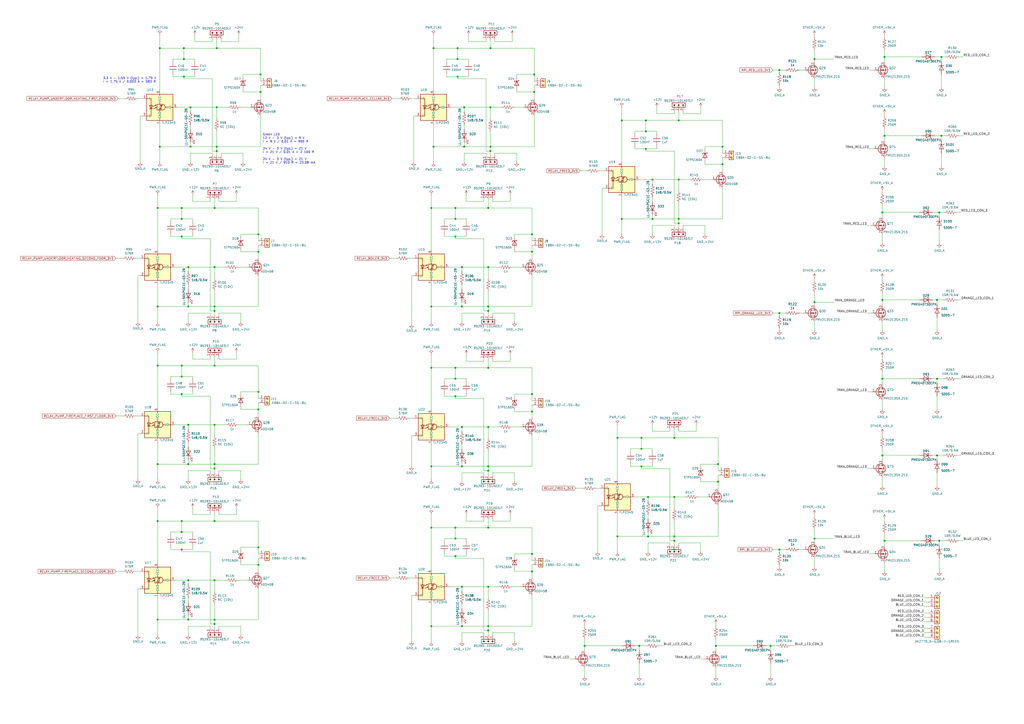
<source format=kicad_sch>
(kicad_sch (version 20230121) (generator eeschema)
  (paper "A2")
  (title_block (title "Relays outputs") (date "2023-05-26") (rev "v1.0") (company "Roman Labovsky (roman-labovsky.cz)"))
  (junction (at 109.22 269.24))
  (junction (at 265.43 44.45))
  (junction (at 419.1 85.09))
  (junction (at 265.43 27.94))
  (junction (at 106.68 27.94))
  (junction (at 250.19 120.65))
  (junction (at 264.16 213.36))
  (junction (at 358.14 311.15))
  (junction (at 151.13 53.34))
  (junction (at 374.65 76.2))
  (junction (at 106.68 34.29))
  (junction (at 358.14 254))
  (junction (at 360.68 69.85))
  (junction (at 283.21 365.76))
  (junction (at 267.97 247.65))
  (junction (at 283.21 213.36))
  (junction (at 378.46 104.14))
  (junction (at 472.44 175.26))
  (junction (at 109.22 336.55))
  (junction (at 106.68 44.45))
  (junction (at 308.61 331.47))
  (junction (at 149.86 146.05))
  (junction (at 374.65 86.36))
  (junction (at 372.11 270.51))
  (junction (at 308.61 228.6))
  (junction (at 92.71 27.94))
  (junction (at 105.41 212.09))
  (junction (at 370.84 374.65))
  (junction (at 416.56 269.24))
  (junction (at 283.21 306.07))
  (junction (at 149.86 317.5))
  (junction (at 393.7 69.85))
  (junction (at 105.41 218.44))
  (junction (at 308.61 321.31))
  (junction (at 284.48 85.09))
  (junction (at 251.46 27.94))
  (junction (at 264.16 219.71))
  (junction (at 472.44 312.42))
  (junction (at 264.16 322.58))
  (junction (at 375.92 311.15))
  (junction (at 283.21 177.8))
  (junction (at 269.24 85.09))
  (junction (at 264.16 137.16))
  (junction (at 513.08 313.69))
  (junction (at 513.08 78.74))
  (junction (at 124.46 269.24))
  (junction (at 375.92 288.29))
  (junction (at 284.48 27.94))
  (junction (at 250.19 270.51))
  (junction (at 391.16 311.15))
  (junction (at 267.97 340.36))
  (junction (at 110.49 85.09))
  (junction (at 283.21 270.51))
  (junction (at 91.44 269.24))
  (junction (at 264.16 229.87))
  (junction (at 124.46 120.65))
  (junction (at 105.41 127))
  (junction (at 125.73 87.63))
  (junction (at 308.61 135.89))
  (junction (at 109.22 246.38))
  (junction (at 543.56 219.71))
  (junction (at 110.49 62.23))
  (junction (at 308.61 238.76))
  (junction (at 124.46 154.94))
  (junction (at 447.04 374.65))
  (junction (at 372.11 260.35))
  (junction (at 546.1 33.02))
  (junction (at 124.46 361.95))
  (junction (at 125.73 85.09))
  (junction (at 269.24 62.23))
  (junction (at 511.81 123.19))
  (junction (at 308.61 146.05))
  (junction (at 151.13 43.18))
  (junction (at 264.16 306.07))
  (junction (at 92.71 85.09))
  (junction (at 543.56 173.99))
  (junction (at 452.12 318.77))
  (junction (at 105.41 137.16))
  (junction (at 283.21 154.94))
  (junction (at 250.19 213.36))
  (junction (at 105.41 120.65))
  (junction (at 265.43 34.29))
  (junction (at 374.65 69.85))
  (junction (at 360.68 127))
  (junction (at 109.22 177.8))
  (junction (at 544.83 313.69))
  (junction (at 149.86 327.66))
  (junction (at 452.12 181.61))
  (junction (at 416.56 279.4))
  (junction (at 511.81 219.71))
  (junction (at 264.16 312.42))
  (junction (at 124.46 302.26))
  (junction (at 125.73 62.23))
  (junction (at 393.7 127))
  (junction (at 105.41 302.26))
  (junction (at 393.7 129.54))
  (junction (at 149.86 237.49))
  (junction (at 283.21 273.05))
  (junction (at 339.09 374.65))
  (junction (at 105.41 228.6))
  (junction (at 124.46 336.55))
  (junction (at 250.19 306.07))
  (junction (at 472.44 34.29))
  (junction (at 264.16 127))
  (junction (at 124.46 177.8))
  (junction (at 149.86 135.89))
  (junction (at 391.16 288.29))
  (junction (at 283.21 180.34))
  (junction (at 511.81 173.99))
  (junction (at 544.83 123.19))
  (junction (at 378.46 127))
  (junction (at 109.22 359.41))
  (junction (at 309.88 53.34))
  (junction (at 452.12 40.64))
  (junction (at 91.44 120.65))
  (junction (at 267.97 154.94))
  (junction (at 105.41 318.77))
  (junction (at 91.44 359.41))
  (junction (at 513.08 33.02))
  (junction (at 415.29 374.65))
  (junction (at 91.44 177.8))
  (junction (at 267.97 177.8))
  (junction (at 283.21 247.65))
  (junction (at 546.1 78.74))
  (junction (at 125.73 27.94))
  (junction (at 109.22 154.94))
  (junction (at 372.11 254))
  (junction (at 251.46 85.09))
  (junction (at 419.1 95.25))
  (junction (at 391.16 313.69))
  (junction (at 267.97 270.51))
  (junction (at 124.46 246.38))
  (junction (at 264.16 120.65))
  (junction (at 283.21 363.22))
  (junction (at 309.88 43.18))
  (junction (at 124.46 212.09))
  (junction (at 124.46 359.41))
  (junction (at 149.86 227.33))
  (junction (at 91.44 302.26))
  (junction (at 283.21 340.36))
  (junction (at 393.7 104.14))
  (junction (at 284.48 87.63))
  (junction (at 267.97 363.22))
  (junction (at 283.21 120.65))
  (junction (at 124.46 180.34))
  (junction (at 391.16 254))
  (junction (at 124.46 271.78))
  (junction (at 91.44 212.09))
  (junction (at 250.19 177.8))
  (junction (at 511.81 264.16))
  (junction (at 284.48 62.23))
  (junction (at 543.56 264.16))
  (junction (at 250.19 363.22))
  (junction (at 105.41 308.61))
  (wire (pts (xy 124.46 361.95) (xy 121.92 361.95)))
  (wire (pts (xy 257.81 322.58) (xy 264.16 322.58)))
  (wire (pts (xy 535.94 369.57) (xy 538.48 369.57)))
  (wire (pts (xy 137.16 116.84) (xy 137.16 113.03)))
  (wire (pts (xy 124.46 269.24) (xy 109.22 269.24)))
  (wire (pts (xy 308.61 228.6) (xy 308.61 232.41)))
  (wire (pts (xy 127 364.49) (xy 127 363.22)))
  (wire (pts (xy 151.13 27.94) (xy 151.13 43.18)))
  (wire (pts (xy 472.44 175.26) (xy 472.44 176.53)))
  (wire (pts (xy 513.08 331.47) (xy 513.08 326.39)))
  (wire (pts (xy 113.03 43.18) (xy 113.03 44.45)))
  (wire (pts (xy 121.92 229.87) (xy 105.41 229.87)))
  (wire (pts (xy 99.06 308.61) (xy 99.06 309.88)))
  (wire (pts (xy 280.67 208.28) (xy 280.67 209.55)))
  (wire (pts (xy 124.46 177.8) (xy 149.86 177.8)))
  (wire (pts (xy 92.71 85.09) (xy 110.49 85.09)))
  (wire (pts (xy 285.75 116.84) (xy 295.91 116.84)))
  (wire (pts (xy 544.83 123.19) (xy 544.83 125.73)))
  (wire (pts (xy 105.41 308.61) (xy 111.76 308.61)))
  (wire (pts (xy 271.78 34.29) (xy 271.78 35.56)))
  (wire (pts (xy 250.19 186.69) (xy 250.19 177.8)))
  (wire (pts (xy 287.02 88.9) (xy 299.72 88.9)))
  (wire (pts (xy 121.92 361.95) (xy 121.92 320.04)))
  (wire (pts (xy 378.46 250.19) (xy 378.46 246.38)))
  (wire (pts (xy 472.44 298.45) (xy 472.44 299.72)))
  (wire (pts (xy 91.44 177.8) (xy 109.22 177.8)))
  (wire (pts (xy 109.22 349.25) (xy 109.22 346.71)))
  (wire (pts (xy 283.21 254) (xy 283.21 247.65)))
  (wire (pts (xy 250.19 113.03) (xy 250.19 120.65)))
  (wire (pts (xy 259.08 43.18) (xy 259.08 44.45)))
  (wire (pts (xy 105.41 120.65) (xy 124.46 120.65)))
  (wire (pts (xy 298.45 228.6) (xy 308.61 228.6)))
  (wire (pts (xy 472.44 170.18) (xy 472.44 175.26)))
  (wire (pts (xy 140.97 43.18) (xy 151.13 43.18)))
  (wire (pts (xy 463.55 181.61) (xy 466.09 181.61)))
  (wire (pts (xy 391.16 311.15) (xy 375.92 311.15)))
  (wire (pts (xy 308.61 142.24) (xy 308.61 146.05)))
  (wire (pts (xy 110.49 64.77) (xy 110.49 62.23)))
  (wire (pts (xy 452.12 320.04) (xy 452.12 318.77)))
  (wire (pts (xy 372.11 260.35) (xy 378.46 260.35)))
  (wire (pts (xy 309.88 85.09) (xy 309.88 67.31)))
  (wire (pts (xy 80.01 251.46) (xy 81.28 251.46)))
  (wire (pts (xy 358.14 311.15) (xy 358.14 298.45)))
  (wire (pts (xy 91.44 120.65) (xy 105.41 120.65)))
  (wire (pts (xy 298.45 331.47) (xy 308.61 331.47)))
  (wire (pts (xy 257.81 127) (xy 257.81 128.27)))
  (wire (pts (xy 299.72 43.18) (xy 299.72 44.45)))
  (wire (pts (xy 405.13 288.29) (xy 410.21 288.29)))
  (wire (pts (xy 511.81 123.19) (xy 533.4 123.19)))
  (wire (pts (xy 100.33 43.18) (xy 100.33 44.45)))
  (wire (pts (xy 298.45 237.49) (xy 298.45 238.76)))
  (wire (pts (xy 149.86 177.8) (xy 149.86 160.02)))
  (wire (pts (xy 127 274.32) (xy 127 273.05)))
  (wire (pts (xy 92.71 85.09) (xy 92.71 72.39)))
  (wire (pts (xy 260.35 340.36) (xy 267.97 340.36)))
  (wire (pts (xy 257.81 219.71) (xy 257.81 220.98)))
  (wire (pts (xy 546.1 78.74) (xy 548.64 78.74)))
  (wire (pts (xy 375.92 290.83) (xy 375.92 288.29)))
  (wire (pts (xy 308.61 270.51) (xy 308.61 252.73)))
  (wire (pts (xy 538.48 364.49) (xy 535.94 364.49)))
  (wire (pts (xy 360.68 127) (xy 378.46 127)))
  (wire (pts (xy 419.1 85.09) (xy 419.1 88.9)))
  (wire (pts (xy 281.94 22.86) (xy 281.94 24.13)))
  (wire (pts (xy 121.92 180.34) (xy 121.92 138.43)))
  (wire (pts (xy 284.48 68.58) (xy 284.48 62.23)))
  (wire (pts (xy 309.88 53.34) (xy 309.88 57.15)))
  (wire (pts (xy 511.81 161.29) (xy 511.81 162.56)))
  (wire (pts (xy 139.7 144.78) (xy 139.7 146.05)))
  (wire (pts (xy 511.81 170.18) (xy 511.81 173.99)))
  (wire (pts (xy 283.21 346.71) (xy 283.21 340.36)))
  (wire (pts (xy 109.22 273.05) (xy 109.22 278.13)))
  (wire (pts (xy 106.68 27.94) (xy 125.73 27.94)))
  (wire (pts (xy 125.73 90.17) (xy 125.73 87.63)))
  (wire (pts (xy 513.08 66.04) (xy 513.08 67.31)))
  (wire (pts (xy 121.92 274.32) (xy 121.92 273.05)))
  (wire (pts (xy 504.19 321.31) (xy 506.73 321.31)))
  (wire (pts (xy 264.16 306.07) (xy 283.21 306.07)))
  (wire (pts (xy 535.94 367.03) (xy 538.48 367.03)))
  (wire (pts (xy 124.46 271.78) (xy 121.92 271.78)))
  (wire (pts (xy 124.46 154.94) (xy 130.81 154.94)))
  (wire (pts (xy 140.97 53.34) (xy 151.13 53.34)))
  (wire (pts (xy 556.26 33.02) (xy 558.8 33.02)))
  (wire (pts (xy 299.72 52.07) (xy 299.72 53.34)))
  (wire (pts (xy 365.76 270.51) (xy 372.11 270.51)))
  (wire (pts (xy 535.94 351.79) (xy 538.48 351.79)))
  (wire (pts (xy 99.06 318.77) (xy 105.41 318.77)))
  (wire (pts (xy 257.81 137.16) (xy 264.16 137.16)))
  (wire (pts (xy 511.81 110.49) (xy 511.81 111.76)))
  (wire (pts (xy 511.81 264.16) (xy 533.4 264.16)))
  (wire (pts (xy 308.61 321.31) (xy 308.61 325.12)))
  (wire (pts (xy 543.56 264.16) (xy 547.37 264.16)))
  (wire (pts (xy 270.51 116.84) (xy 270.51 113.03)))
  (wire (pts (xy 124.46 120.65) (xy 124.46 115.57)))
  (wire (pts (xy 270.51 312.42) (xy 270.51 313.69)))
  (wire (pts (xy 284.48 90.17) (xy 284.48 87.63)))
  (wire (pts (xy 391.16 288.29) (xy 397.51 288.29)))
  (wire (pts (xy 81.28 241.3) (xy 78.74 241.3)))
  (wire (pts (xy 447.04 374.65) (xy 447.04 377.19)))
  (wire (pts (xy 406.4 382.27) (xy 408.94 382.27)))
  (wire (pts (xy 284.48 85.09) (xy 269.24 85.09)))
  (wire (pts (xy 124.46 180.34) (xy 121.92 180.34)))
  (wire (pts (xy 308.61 213.36) (xy 308.61 228.6)))
  (wire (pts (xy 455.93 318.77) (xy 452.12 318.77)))
  (wire (pts (xy 543.56 281.94) (xy 543.56 274.32)))
  (wire (pts (xy 391.16 316.23) (xy 391.16 313.69)))
  (wire (pts (xy 535.94 349.25) (xy 538.48 349.25)))
  (wire (pts (xy 105.41 212.09) (xy 124.46 212.09)))
  (wire (pts (xy 283.21 368.3) (xy 283.21 365.76)))
  (wire (pts (xy 419.1 127) (xy 419.1 109.22)))
  (wire (pts (xy 393.7 69.85) (xy 393.7 64.77)))
  (wire (pts (xy 543.56 191.77) (xy 543.56 184.15)))
  (wire (pts (xy 511.81 219.71) (xy 511.81 222.25)))
  (wire (pts (xy 124.46 212.09) (xy 124.46 207.01)))
  (wire (pts (xy 283.21 154.94) (xy 289.56 154.94)))
  (wire (pts (xy 111.76 227.33) (xy 111.76 228.6)))
  (wire (pts (xy 284.48 27.94) (xy 284.48 22.86)))
  (wire (pts (xy 251.46 27.94) (xy 251.46 52.07)))
  (wire (pts (xy 267.97 181.61) (xy 267.97 186.69)))
  (wire (pts (xy 297.18 340.36) (xy 302.26 340.36)))
  (wire (pts (xy 447.04 392.43) (xy 447.04 384.81)))
  (wire (pts (xy 106.68 34.29) (xy 113.03 34.29)))
  (wire (pts (xy 280.67 275.59) (xy 280.67 274.32)))
  (wire (pts (xy 406.4 66.04) (xy 406.4 62.23)))
  (wire (pts (xy 121.92 320.04) (xy 105.41 320.04)))
  (wire (pts (xy 100.33 34.29) (xy 106.68 34.29)))
  (wire (pts (xy 406.4 269.24) (xy 406.4 270.51)))
  (wire (pts (xy 81.28 67.31) (xy 82.55 67.31)))
  (wire (pts (xy 298.45 146.05) (xy 308.61 146.05)))
  (wire (pts (xy 238.76 252.73) (xy 240.03 252.73)))
  (wire (pts (xy 139.7 273.05) (xy 139.7 278.13)))
  (wire (pts (xy 139.7 236.22) (xy 139.7 237.49)))
  (wire (pts (xy 452.12 328.93) (xy 452.12 327.66)))
  (wire (pts (xy 259.08 34.29) (xy 259.08 35.56)))
  (wire (pts (xy 358.14 311.15) (xy 375.92 311.15)))
  (wire (pts (xy 283.21 177.8) (xy 283.21 168.91)))
  (wire (pts (xy 368.3 85.09) (xy 368.3 86.36)))
  (wire (pts (xy 336.55 99.06) (xy 340.36 99.06)))
  (wire (pts (xy 283.21 120.65) (xy 283.21 115.57)))
  (wire (pts (xy 546.1 33.02) (xy 548.64 33.02)))
  (wire (pts (xy 365.76 260.35) (xy 365.76 261.62)))
  (wire (pts (xy 140.97 52.07) (xy 140.97 53.34)))
  (wire (pts (xy 67.31 241.3) (xy 71.12 241.3)))
  (wire (pts (xy 368.3 86.36) (xy 374.65 86.36)))
  (wire (pts (xy 109.22 154.94) (xy 124.46 154.94)))
  (wire (pts (xy 99.06 227.33) (xy 99.06 228.6)))
  (wire (pts (xy 378.46 260.35) (xy 378.46 261.62)))
  (wire (pts (xy 80.01 278.13) (xy 80.01 251.46)))
  (wire (pts (xy 388.62 271.78) (xy 372.11 271.78)))
  (wire (pts (xy 105.41 127) (xy 111.76 127)))
  (wire (pts (xy 264.16 138.43) (xy 264.16 137.16)))
  (wire (pts (xy 283.21 365.76) (xy 280.67 365.76)))
  (wire (pts (xy 138.43 336.55) (xy 143.51 336.55)))
  (wire (pts (xy 80.01 160.02) (xy 81.28 160.02)))
  (wire (pts (xy 360.68 69.85) (xy 360.68 93.98)))
  (wire (pts (xy 284.48 27.94) (xy 309.88 27.94)))
  (wire (pts (xy 297.18 24.13) (xy 297.18 20.32)))
  (wire (pts (xy 419.1 91.44) (xy 419.1 95.25)))
  (wire (pts (xy 472.44 161.29) (xy 472.44 162.56)))
  (wire (pts (xy 81.28 331.47) (xy 78.74 331.47)))
  (wire (pts (xy 111.76 135.89) (xy 111.76 137.16)))
  (wire (pts (xy 113.03 34.29) (xy 113.03 35.56)))
  (wire (pts (xy 124.46 182.88) (xy 124.46 180.34)))
  (wire (pts (xy 269.24 85.09) (xy 269.24 82.55)))
  (wire (pts (xy 463.55 40.64) (xy 466.09 40.64)))
  (wire (pts (xy 124.46 252.73) (xy 124.46 246.38)))
  (wire (pts (xy 127 208.28) (xy 137.16 208.28)))
  (wire (pts (xy 149.86 142.24) (xy 149.86 146.05)))
  (wire (pts (xy 513.08 33.02) (xy 534.67 33.02)))
  (wire (pts (xy 127 297.18) (xy 127 298.45)))
  (wire (pts (xy 124.46 336.55) (xy 130.81 336.55)))
  (wire (pts (xy 299.72 88.9) (xy 299.72 93.98)))
  (wire (pts (xy 124.46 361.95) (xy 124.46 359.41)))
  (wire (pts (xy 264.16 219.71) (xy 264.16 213.36)))
  (wire (pts (xy 100.33 34.29) (xy 100.33 35.56)))
  (wire (pts (xy 250.19 270.51) (xy 250.19 257.81)))
  (wire (pts (xy 267.97 250.19) (xy 267.97 247.65)))
  (wire (pts (xy 283.21 180.34) (xy 280.67 180.34)))
  (wire (pts (xy 240.03 67.31) (xy 241.3 67.31)))
  (wire (pts (xy 267.97 177.8) (xy 267.97 175.26)))
  (wire (pts (xy 544.83 313.69) (xy 544.83 316.23)))
  (wire (pts (xy 267.97 154.94) (xy 283.21 154.94)))
  (wire (pts (xy 91.44 278.13) (xy 91.44 269.24)))
  (wire (pts (xy 264.16 137.16) (xy 270.51 137.16)))
  (wire (pts (xy 393.7 127) (xy 393.7 118.11)))
  (wire (pts (xy 511.81 123.19) (xy 511.81 125.73)))
  (wire (pts (xy 513.08 313.69) (xy 534.67 313.69)))
  (wire (pts (xy 139.7 181.61) (xy 139.7 186.69)))
  (wire (pts (xy 124.46 271.78) (xy 124.46 269.24)))
  (wire (pts (xy 82.55 57.15) (xy 80.01 57.15)))
  (wire (pts (xy 80.01 186.69) (xy 80.01 160.02)))
  (wire (pts (xy 393.7 250.19) (xy 403.86 250.19)))
  (wire (pts (xy 264.16 213.36) (xy 283.21 213.36)))
  (wire (pts (xy 250.19 363.22) (xy 267.97 363.22)))
  (wire (pts (xy 339.09 361.95) (xy 339.09 363.22)))
  (wire (pts (xy 308.61 146.05) (xy 308.61 149.86)))
  (wire (pts (xy 226.06 149.86) (xy 229.87 149.86)))
  (wire (pts (xy 124.46 364.49) (xy 124.46 361.95)))
  (wire (pts (xy 284.48 85.09) (xy 284.48 76.2)))
  (wire (pts (xy 544.83 331.47) (xy 544.83 323.85)))
  (wire (pts (xy 298.45 367.03) (xy 298.45 372.11)))
  (wire (pts (xy 285.75 115.57) (xy 285.75 116.84)))
  (wire (pts (xy 121.92 115.57) (xy 121.92 116.84)))
  (wire (pts (xy 285.75 181.61) (xy 298.45 181.61)))
  (wire (pts (xy 393.7 127) (xy 378.46 127)))
  (wire (pts (xy 511.81 251.46) (xy 511.81 252.73)))
  (wire (pts (xy 374.65 86.36) (xy 381 86.36)))
  (wire (pts (xy 308.61 238.76) (xy 308.61 242.57)))
  (wire (pts (xy 372.11 271.78) (xy 372.11 270.51)))
  (wire (pts (xy 257.81 135.89) (xy 257.81 137.16)))
  (wire (pts (xy 393.7 110.49) (xy 393.7 104.14)))
  (wire (pts (xy 105.41 137.16) (xy 111.76 137.16)))
  (wire (pts (xy 283.21 363.22) (xy 308.61 363.22)))
  (wire (pts (xy 240.03 242.57) (xy 237.49 242.57)))
  (wire (pts (xy 339.09 370.84) (xy 339.09 374.65)))
  (wire (pts (xy 281.94 88.9) (xy 269.24 88.9)))
  (wire (pts (xy 391.16 130.81) (xy 378.46 130.81)))
  (wire (pts (xy 111.76 218.44) (xy 111.76 219.71)))
  (wire (pts (xy 91.44 359.41) (xy 91.44 346.71)))
  (wire (pts (xy 127 181.61) (xy 139.7 181.61)))
  (wire (pts (xy 374.65 69.85) (xy 393.7 69.85)))
  (wire (pts (xy 250.19 298.45) (xy 250.19 306.07)))
  (wire (pts (xy 298.45 181.61) (xy 298.45 186.69)))
  (wire (pts (xy 139.7 326.39) (xy 139.7 327.66)))
  (wire (pts (xy 124.46 269.24) (xy 149.86 269.24)))
  (wire (pts (xy 257.81 321.31) (xy 257.81 322.58)))
  (wire (pts (xy 281.94 87.63) (xy 281.94 45.72)))
  (wire (pts (xy 280.67 365.76) (xy 280.67 323.85)))
  (wire (pts (xy 259.08 44.45) (xy 265.43 44.45)))
  (wire (pts (xy 238.76 160.02) (xy 240.03 160.02)))
  (wire (pts (xy 378.46 104.14) (xy 393.7 104.14)))
  (wire (pts (xy 505.46 130.81) (xy 502.92 130.81)))
  (wire (pts (xy 403.86 250.19) (xy 403.86 246.38)))
  (wire (pts (xy 281.94 24.13) (xy 271.78 24.13)))
  (wire (pts (xy 127 273.05) (xy 139.7 273.05)))
  (wire (pts (xy 502.92 271.78) (xy 505.46 271.78)))
  (wire (pts (xy 543.56 173.99) (xy 547.37 173.99)))
  (wire (pts (xy 365.76 269.24) (xy 365.76 270.51)))
  (wire (pts (xy 542.29 78.74) (xy 546.1 78.74)))
  (wire (pts (xy 360.68 69.85) (xy 374.65 69.85)))
  (wire (pts (xy 121.92 363.22) (xy 109.22 363.22)))
  (wire (pts (xy 285.75 274.32) (xy 298.45 274.32)))
  (wire (pts (xy 125.73 27.94) (xy 125.73 22.86)))
  (wire (pts (xy 393.7 129.54) (xy 391.16 129.54)))
  (wire (pts (xy 283.21 270.51) (xy 283.21 261.62)))
  (wire (pts (xy 393.7 314.96) (xy 406.4 314.96)))
  (wire (pts (xy 270.51 135.89) (xy 270.51 137.16)))
  (wire (pts (xy 349.25 109.22) (xy 350.52 109.22)))
  (wire (pts (xy 511.81 260.35) (xy 511.81 264.16)))
  (wire (pts (xy 542.29 33.02) (xy 546.1 33.02)))
  (wire (pts (xy 538.48 346.71) (xy 535.94 346.71)))
  (wire (pts (xy 267.97 270.51) (xy 267.97 267.97)))
  (wire (pts (xy 124.46 302.26) (xy 149.86 302.26)))
  (wire (pts (xy 270.51 321.31) (xy 270.51 322.58)))
  (wire (pts (xy 92.71 20.32) (xy 92.71 27.94)))
  (wire (pts (xy 250.19 213.36) (xy 264.16 213.36)))
  (wire (pts (xy 283.21 363.22) (xy 267.97 363.22)))
  (wire (pts (xy 513.08 33.02) (xy 513.08 35.56)))
  (wire (pts (xy 121.92 298.45) (xy 111.76 298.45)))
  (wire (pts (xy 125.73 87.63) (xy 125.73 85.09)))
  (wire (pts (xy 125.73 85.09) (xy 151.13 85.09)))
  (wire (pts (xy 472.44 307.34) (xy 472.44 312.42)))
  (wire (pts (xy 416.56 269.24) (xy 416.56 273.05)))
  (wire (pts (xy 68.58 57.15) (xy 72.39 57.15)))
  (wire (pts (xy 267.97 157.48) (xy 267.97 154.94)))
  (wire (pts (xy 396.24 132.08) (xy 396.24 130.81)))
  (wire (pts (xy 374.65 76.2) (xy 374.65 69.85)))
  (wire (pts (xy 541.02 173.99) (xy 543.56 173.99)))
  (wire (pts (xy 238.76 270.51) (xy 238.76 252.73)))
  (wire (pts (xy 388.62 314.96) (xy 375.92 314.96)))
  (wire (pts (xy 513.08 300.99) (xy 513.08 302.26)))
  (wire (pts (xy 123.19 45.72) (xy 106.68 45.72)))
  (wire (pts (xy 128.27 24.13) (xy 138.43 24.13)))
  (wire (pts (xy 251.46 27.94) (xy 265.43 27.94)))
  (wire (pts (xy 372.11 254) (xy 391.16 254)))
  (wire (pts (xy 472.44 191.77) (xy 472.44 186.69)))
  (wire (pts (xy 381 66.04) (xy 381 62.23)))
  (wire (pts (xy 124.46 212.09) (xy 149.86 212.09)))
  (wire (pts (xy 393.7 248.92) (xy 393.7 250.19)))
  (wire (pts (xy 100.33 44.45) (xy 106.68 44.45)))
  (wire (pts (xy 370.84 392.43) (xy 370.84 384.81)))
  (wire (pts (xy 283.21 177.8) (xy 267.97 177.8)))
  (wire (pts (xy 502.92 181.61) (xy 505.46 181.61)))
  (wire (pts (xy 265.43 45.72) (xy 265.43 44.45)))
  (wire (pts (xy 360.68 127) (xy 360.68 114.3)))
  (wire (pts (xy 139.7 317.5) (xy 149.86 317.5)))
  (wire (pts (xy 139.7 327.66) (xy 149.86 327.66)))
  (wire (pts (xy 151.13 53.34) (xy 151.13 57.15)))
  (wire (pts (xy 139.7 135.89) (xy 139.7 137.16)))
  (wire (pts (xy 372.11 270.51) (xy 378.46 270.51)))
  (wire (pts (xy 121.92 182.88) (xy 121.92 181.61)))
  (wire (pts (xy 139.7 146.05) (xy 149.86 146.05)))
  (wire (pts (xy 257.81 312.42) (xy 257.81 313.69)))
  (wire (pts (xy 280.67 300.99) (xy 280.67 302.26)))
  (wire (pts (xy 80.01 341.63) (xy 81.28 341.63)))
  (wire (pts (xy 283.21 363.22) (xy 283.21 354.33)))
  (wire (pts (xy 370.84 374.65) (xy 374.65 374.65)))
  (wire (pts (xy 391.16 132.08) (xy 391.16 130.81)))
  (wire (pts (xy 99.06 308.61) (xy 105.41 308.61)))
  (wire (pts (xy 264.16 120.65) (xy 283.21 120.65)))
  (wire (pts (xy 502.92 227.33) (xy 505.46 227.33)))
  (wire (pts (xy 281.94 45.72) (xy 265.43 45.72)))
  (wire (pts (xy 264.16 312.42) (xy 264.16 306.07)))
  (wire (pts (xy 109.22 181.61) (xy 109.22 186.69)))
  (wire (pts (xy 111.76 298.45) (xy 111.76 294.64)))
  (wire (pts (xy 472.44 29.21) (xy 472.44 34.29)))
  (wire (pts (xy 264.16 323.85) (xy 264.16 322.58)))
  (wire (pts (xy 101.6 246.38) (xy 109.22 246.38)))
  (wire (pts (xy 416.56 254) (xy 416.56 269.24)))
  (wire (pts (xy 105.41 308.61) (xy 105.41 302.26)))
  (wire (pts (xy 139.7 135.89) (xy 149.86 135.89)))
  (wire (pts (xy 513.08 74.93) (xy 513.08 78.74)))
  (wire (pts (xy 513.08 20.32) (xy 513.08 21.59)))
  (wire (pts (xy 67.31 149.86) (xy 71.12 149.86)))
  (wire (pts (xy 105.41 228.6) (xy 111.76 228.6)))
  (wire (pts (xy 472.44 21.59) (xy 472.44 20.32)))
  (wire (pts (xy 298.45 135.89) (xy 298.45 137.16)))
  (wire (pts (xy 391.16 64.77) (xy 391.16 66.04)))
  (wire (pts (xy 128.27 22.86) (xy 128.27 24.13)))
  (wire (pts (xy 419.1 95.25) (xy 419.1 99.06)))
  (wire (pts (xy 280.67 274.32) (xy 267.97 274.32)))
  (wire (pts (xy 264.16 127) (xy 264.16 120.65)))
  (wire (pts (xy 99.06 218.44) (xy 105.41 218.44)))
  (wire (pts (xy 105.41 229.87) (xy 105.41 228.6)))
  (wire (pts (xy 91.44 368.3) (xy 91.44 359.41)))
  (wire (pts (xy 138.43 24.13) (xy 138.43 20.32)))
  (wire (pts (xy 110.49 88.9) (xy 110.49 93.98)))
  (wire (pts (xy 139.7 237.49) (xy 149.86 237.49)))
  (wire (pts (xy 452.12 50.8) (xy 452.12 49.53)))
  (wire (pts (xy 374.65 87.63) (xy 374.65 86.36)))
  (wire (pts (xy 149.86 323.85) (xy 149.86 327.66)))
  (wire (pts (xy 124.46 342.9) (xy 124.46 336.55)))
  (wire (pts (xy 127 298.45) (xy 137.16 298.45)))
  (wire (pts (xy 284.48 85.09) (xy 309.88 85.09)))
  (wire (pts (xy 124.46 302.26) (xy 124.46 297.18)))
  (wire (pts (xy 378.46 116.84) (xy 378.46 114.3)))
  (wire (pts (xy 511.81 173.99) (xy 511.81 176.53)))
  (wire (pts (xy 124.46 274.32) (xy 124.46 271.78)))
  (wire (pts (xy 124.46 359.41) (xy 149.86 359.41)))
  (wire (pts (xy 283.21 247.65) (xy 289.56 247.65)))
  (wire (pts (xy 283.21 273.05) (xy 283.21 270.51)))
  (wire (pts (xy 370.84 374.65) (xy 370.84 377.19)))
  (wire (pts (xy 415.29 361.95) (xy 415.29 363.22)))
  (wire (pts (xy 109.22 359.41) (xy 109.22 356.87)))
  (wire (pts (xy 125.73 87.63) (xy 123.19 87.63)))
  (wire (pts (xy 125.73 62.23) (xy 132.08 62.23)))
  (wire (pts (xy 109.22 177.8) (xy 109.22 175.26)))
  (wire (pts (xy 109.22 336.55) (xy 124.46 336.55)))
  (wire (pts (xy 370.84 104.14) (xy 378.46 104.14)))
  (wire (pts (xy 384.81 374.65) (xy 382.27 374.65)))
  (wire (pts (xy 543.56 237.49) (xy 543.56 229.87)))
  (wire (pts (xy 308.61 135.89) (xy 308.61 139.7)))
  (wire (pts (xy 309.88 49.53) (xy 309.88 53.34)))
  (wire (pts (xy 388.62 313.69) (xy 388.62 271.78)))
  (wire (pts (xy 408.94 85.09) (xy 408.94 86.36)))
  (wire (pts (xy 250.19 306.07) (xy 250.19 330.2)))
  (wire (pts (xy 472.44 328.93) (xy 472.44 323.85)))
  (wire (pts (xy 125.73 68.58) (xy 125.73 62.23)))
  (wire (pts (xy 123.19 90.17) (xy 123.19 88.9)))
  (wire (pts (xy 91.44 186.69) (xy 91.44 177.8)))
  (wire (pts (xy 99.06 218.44) (xy 99.06 219.71)))
  (wire (pts (xy 280.67 231.14) (xy 264.16 231.14)))
  (wire (pts (xy 240.03 335.28) (xy 237.49 335.28)))
  (wire (pts (xy 109.22 269.24) (xy 109.22 266.7)))
  (wire (pts (xy 513.08 96.52) (xy 513.08 91.44)))
  (wire (pts (xy 267.97 274.32) (xy 267.97 279.4)))
  (wire (pts (xy 111.76 308.61) (xy 111.76 309.88)))
  (wire (pts (xy 121.92 297.18) (xy 121.92 298.45)))
  (wire (pts (xy 121.92 271.78) (xy 121.92 229.87)))
  (wire (pts (xy 80.01 368.3) (xy 80.01 341.63)))
  (wire (pts (xy 393.7 129.54) (xy 393.7 127)))
  (wire (pts (xy 280.67 209.55) (xy 270.51 209.55)))
  (wire (pts (xy 138.43 246.38) (xy 143.51 246.38)))
  (wire (pts (xy 483.87 175.26) (xy 472.44 175.26)))
  (wire (pts (xy 374.65 76.2) (xy 381 76.2)))
  (wire (pts (xy 347.98 283.21) (xy 345.44 283.21)))
  (wire (pts (xy 283.21 270.51) (xy 308.61 270.51)))
  (wire (pts (xy 334.01 283.21) (xy 337.82 283.21)))
  (wire (pts (xy 127 363.22) (xy 139.7 363.22)))
  (wire (pts (xy 295.91 209.55) (xy 295.91 205.74)))
  (wire (pts (xy 124.46 177.8) (xy 124.46 168.91)))
  (wire (pts (xy 101.6 336.55) (xy 109.22 336.55)))
  (wire (pts (xy 483.87 34.29) (xy 472.44 34.29)))
  (wire (pts (xy 393.7 127) (xy 419.1 127)))
  (wire (pts (xy 298.45 135.89) (xy 308.61 135.89)))
  (wire (pts (xy 250.19 372.11) (xy 250.19 363.22)))
  (wire (pts (xy 556.26 78.74) (xy 558.8 78.74)))
  (wire (pts (xy 287.02 24.13) (xy 297.18 24.13)))
  (wire (pts (xy 308.61 177.8) (xy 308.61 160.02)))
  (wire (pts (xy 269.24 74.93) (xy 269.24 72.39)))
  (wire (pts (xy 105.41 318.77) (xy 111.76 318.77)))
  (wire (pts (xy 506.73 40.64) (xy 504.19 40.64)))
  (wire (pts (xy 105.41 218.44) (xy 111.76 218.44)))
  (wire (pts (xy 139.7 317.5) (xy 139.7 318.77)))
  (wire (pts (xy 393.7 132.08) (xy 393.7 129.54)))
  (wire (pts (xy 284.48 87.63) (xy 284.48 85.09)))
  (wire (pts (xy 91.44 294.64) (xy 91.44 302.26)))
  (wire (pts (xy 128.27 88.9) (xy 140.97 88.9)))
  (wire (pts (xy 511.81 207.01) (xy 511.81 208.28)))
  (wire (pts (xy 99.06 228.6) (xy 105.41 228.6)))
  (wire (pts (xy 455.93 40.64) (xy 452.12 40.64)))
  (wire (pts (xy 109.22 157.48) (xy 109.22 154.94)))
  (wire (pts (xy 546.1 33.02) (xy 546.1 35.56)))
  (wire (pts (xy 270.51 209.55) (xy 270.51 205.74)))
  (wire (pts (xy 128.27 90.17) (xy 128.27 88.9)))
  (wire (pts (xy 452.12 181.61) (xy 448.31 181.61)))
  (wire (pts (xy 339.09 374.65) (xy 339.09 377.19)))
  (wire (pts (xy 283.21 120.65) (xy 308.61 120.65)))
  (wire (pts (xy 151.13 43.18) (xy 151.13 46.99)))
  (wire (pts (xy 330.2 382.27) (xy 332.74 382.27)))
  (wire (pts (xy 308.61 331.47) (xy 308.61 335.28)))
  (wire (pts (xy 554.99 123.19) (xy 557.53 123.19)))
  (wire (pts (xy 240.03 149.86) (xy 237.49 149.86)))
  (wire (pts (xy 109.22 246.38) (xy 124.46 246.38)))
  (wire (pts (xy 267.97 363.22) (xy 267.97 360.68)))
  (wire (pts (xy 452.12 191.77) (xy 452.12 190.5)))
  (wire (pts (xy 298.45 238.76) (xy 308.61 238.76)))
  (wire (pts (xy 346.71 320.04) (xy 346.71 293.37)))
  (wire (pts (xy 511.81 264.16) (xy 511.81 266.7)))
  (wire (pts (xy 283.21 275.59) (xy 283.21 273.05)))
  (wire (pts (xy 109.22 339.09) (xy 109.22 336.55)))
  (wire (pts (xy 106.68 34.29) (xy 106.68 27.94)))
  (wire (pts (xy 105.41 138.43) (xy 105.41 137.16)))
  (wire (pts (xy 299.72 53.34) (xy 309.88 53.34)))
  (wire (pts (xy 91.44 359.41) (xy 109.22 359.41)))
  (wire (pts (xy 472.44 50.8) (xy 472.44 45.72)))
  (wire (pts (xy 368.3 76.2) (xy 368.3 77.47)))
  (wire (pts (xy 269.24 62.23) (xy 284.48 62.23)))
  (wire (pts (xy 408.94 85.09) (xy 419.1 85.09)))
  (wire (pts (xy 513.08 29.21) (xy 513.08 33.02)))
  (wire (pts (xy 295.91 302.26) (xy 295.91 298.45)))
  (wire (pts (xy 543.56 219.71) (xy 543.56 222.25)))
  (wire (pts (xy 124.46 180.34) (xy 124.46 177.8)))
  (wire (pts (xy 123.19 24.13) (xy 113.03 24.13)))
  (wire (pts (xy 125.73 85.09) (xy 110.49 85.09)))
  (wire (pts (xy 280.67 368.3) (xy 280.67 367.03)))
  (wire (pts (xy 267.97 340.36) (xy 283.21 340.36)))
  (wire (pts (xy 269.24 88.9) (xy 269.24 93.98)))
  (wire (pts (xy 406.4 278.13) (xy 406.4 279.4)))
  (wire (pts (xy 264.16 231.14) (xy 264.16 229.87)))
  (wire (pts (xy 238.76 372.11) (xy 238.76 345.44)))
  (wire (pts (xy 149.86 227.33) (xy 149.86 231.14)))
  (wire (pts (xy 378.46 130.81) (xy 378.46 135.89)))
  (wire (pts (xy 346.71 293.37) (xy 347.98 293.37)))
  (wire (pts (xy 241.3 57.15) (xy 238.76 57.15)))
  (wire (pts (xy 251.46 85.09) (xy 269.24 85.09)))
  (wire (pts (xy 105.41 127) (xy 105.41 120.65)))
  (wire (pts (xy 111.76 127) (xy 111.76 128.27)))
  (wire (pts (xy 251.46 85.09) (xy 251.46 72.39)))
  (wire (pts (xy 91.44 269.24) (xy 109.22 269.24)))
  (wire (pts (xy 284.48 62.23) (xy 290.83 62.23)))
  (wire (pts (xy 151.13 49.53) (xy 151.13 53.34)))
  (wire (pts (xy 285.75 367.03) (xy 298.45 367.03)))
  (wire (pts (xy 349.25 135.89) (xy 349.25 109.22)))
  (wire (pts (xy 511.81 140.97) (xy 511.81 135.89)))
  (wire (pts (xy 283.21 365.76) (xy 283.21 363.22)))
  (wire (pts (xy 543.56 264.16) (xy 543.56 266.7)))
  (wire (pts (xy 99.06 135.89) (xy 99.06 137.16)))
  (wire (pts (xy 149.86 146.05) (xy 149.86 149.86)))
  (wire (pts (xy 280.67 367.03) (xy 267.97 367.03)))
  (wire (pts (xy 298.45 321.31) (xy 308.61 321.31)))
  (wire (pts (xy 511.81 173.99) (xy 533.4 173.99)))
  (wire (pts (xy 149.86 120.65) (xy 149.86 135.89)))
  (wire (pts (xy 121.92 207.01) (xy 121.92 208.28)))
  (wire (pts (xy 250.19 213.36) (xy 250.19 237.49)))
  (wire (pts (xy 109.22 363.22) (xy 109.22 368.3)))
  (wire (pts (xy 554.99 219.71) (xy 557.53 219.71)))
  (wire (pts (xy 251.46 93.98) (xy 251.46 85.09)))
  (wire (pts (xy 102.87 62.23) (xy 110.49 62.23)))
  (wire (pts (xy 452.12 318.77) (xy 448.31 318.77)))
  (wire (pts (xy 251.46 20.32) (xy 251.46 27.94)))
  (wire (pts (xy 554.99 264.16) (xy 557.53 264.16)))
  (wire (pts (xy 271.78 43.18) (xy 271.78 44.45)))
  (wire (pts (xy 287.02 90.17) (xy 287.02 88.9)))
  (wire (pts (xy 265.43 44.45) (xy 271.78 44.45)))
  (wire (pts (xy 267.97 367.03) (xy 267.97 372.11)))
  (wire (pts (xy 452.12 182.88) (xy 452.12 181.61)))
  (wire (pts (xy 285.75 275.59) (xy 285.75 274.32)))
  (wire (pts (xy 280.67 180.34) (xy 280.67 138.43)))
  (wire (pts (xy 391.16 313.69) (xy 388.62 313.69)))
  (wire (pts (xy 299.72 43.18) (xy 309.88 43.18)))
  (wire (pts (xy 283.21 177.8) (xy 308.61 177.8)))
  (wire (pts (xy 121.92 116.84) (xy 111.76 116.84)))
  (wire (pts (xy 283.21 161.29) (xy 283.21 154.94)))
  (wire (pts (xy 285.75 182.88) (xy 285.75 181.61)))
  (wire (pts (xy 125.73 85.09) (xy 125.73 76.2)))
  (wire (pts (xy 297.18 154.94) (xy 302.26 154.94)))
  (wire (pts (xy 261.62 62.23) (xy 269.24 62.23)))
  (wire (pts (xy 250.19 177.8) (xy 267.97 177.8)))
  (wire (pts (xy 408.94 130.81) (xy 408.94 135.89)))
  (wire (pts (xy 513.08 313.69) (xy 513.08 316.23)))
  (wire (pts (xy 240.03 93.98) (xy 240.03 67.31)))
  (wire (pts (xy 149.86 327.66) (xy 149.86 331.47)))
  (wire (pts (xy 283.21 306.07) (xy 283.21 300.99)))
  (wire (pts (xy 280.67 182.88) (xy 280.67 181.61)))
  (wire (pts (xy 298.45 321.31) (xy 298.45 322.58)))
  (wire (pts (xy 265.43 27.94) (xy 284.48 27.94)))
  (wire (pts (xy 415.29 374.65) (xy 436.88 374.65)))
  (wire (pts (xy 283.21 270.51) (xy 267.97 270.51)))
  (wire (pts (xy 393.7 104.14) (xy 400.05 104.14)))
  (wire (pts (xy 271.78 24.13) (xy 271.78 20.32)))
  (wire (pts (xy 388.62 316.23) (xy 388.62 314.96)))
  (wire (pts (xy 396.24 64.77) (xy 396.24 66.04)))
  (wire (pts (xy 111.76 116.84) (xy 111.76 113.03)))
  (wire (pts (xy 123.19 22.86) (xy 123.19 24.13)))
  (wire (pts (xy 375.92 300.99) (xy 375.92 298.45)))
  (wire (pts (xy 67.31 331.47) (xy 71.12 331.47)))
  (wire (pts (xy 391.16 294.64) (xy 391.16 288.29)))
  (wire (pts (xy 91.44 212.09) (xy 91.44 236.22)))
  (wire (pts (xy 298.45 330.2) (xy 298.45 331.47)))
  (wire (pts (xy 458.47 374.65) (xy 461.01 374.65)))
  (wire (pts (xy 121.92 181.61) (xy 109.22 181.61)))
  (wire (pts (xy 295.91 116.84) (xy 295.91 113.03)))
  (wire (pts (xy 513.08 78.74) (xy 534.67 78.74)))
  (wire (pts (xy 365.76 260.35) (xy 372.11 260.35)))
  (wire (pts (xy 109.22 259.08) (xy 109.22 256.54)))
  (wire (pts (xy 137.16 208.28) (xy 137.16 204.47)))
  (wire (pts (xy 110.49 74.93) (xy 110.49 72.39)))
  (wire (pts (xy 378.46 269.24) (xy 378.46 270.51)))
  (wire (pts (xy 350.52 99.06) (xy 347.98 99.06)))
  (wire (pts (xy 391.16 87.63) (xy 374.65 87.63)))
  (wire (pts (xy 511.81 219.71) (xy 533.4 219.71)))
  (wire (pts (xy 285.75 300.99) (xy 285.75 302.26)))
  (wire (pts (xy 391.16 129.54) (xy 391.16 87.63)))
  (wire (pts (xy 151.13 85.09) (xy 151.13 67.31)))
  (wire (pts (xy 546.1 96.52) (xy 546.1 88.9)))
  (wire (pts (xy 388.62 248.92) (xy 388.62 250.19)))
  (wire (pts (xy 284.48 87.63) (xy 281.94 87.63)))
  (wire (pts (xy 81.28 93.98) (xy 81.28 67.31)))
  (wire (pts (xy 308.61 234.95) (xy 308.61 238.76)))
  (wire (pts (xy 511.81 215.9) (xy 511.81 219.71)))
  (wire (pts (xy 259.08 34.29) (xy 265.43 34.29)))
  (wire (pts (xy 260.35 247.65) (xy 267.97 247.65)))
  (wire (pts (xy 265.43 34.29) (xy 265.43 27.94)))
  (wire (pts (xy 388.62 250.19) (xy 378.46 250.19)))
  (wire (pts (xy 378.46 106.68) (xy 378.46 104.14)))
  (wire (pts (xy 393.7 316.23) (xy 393.7 314.96)))
  (wire (pts (xy 472.44 312.42) (xy 472.44 313.69)))
  (wire (pts (xy 260.35 154.94) (xy 267.97 154.94)))
  (wire (pts (xy 124.46 359.41) (xy 109.22 359.41)))
  (wire (pts (xy 250.19 120.65) (xy 264.16 120.65)))
  (wire (pts (xy 416.56 279.4) (xy 416.56 283.21)))
  (wire (pts (xy 121.92 273.05) (xy 109.22 273.05)))
  (wire (pts (xy 109.22 167.64) (xy 109.22 165.1)))
  (wire (pts (xy 264.16 219.71) (xy 270.51 219.71)))
  (wire (pts (xy 280.67 273.05) (xy 280.67 231.14)))
  (wire (pts (xy 127 116.84) (xy 137.16 116.84)))
  (wire (pts (xy 283.21 273.05) (xy 280.67 273.05)))
  (wire (pts (xy 444.5 374.65) (xy 447.04 374.65)))
  (wire (pts (xy 267.97 353.06) (xy 267.97 350.52)))
  (wire (pts (xy 283.21 306.07) (xy 308.61 306.07)))
  (wire (pts (xy 226.06 242.57) (xy 229.87 242.57)))
  (wire (pts (xy 419.1 69.85) (xy 419.1 85.09)))
  (wire (pts (xy 227.33 57.15) (xy 231.14 57.15)))
  (wire (pts (xy 250.19 278.13) (xy 250.19 270.51)))
  (wire (pts (xy 110.49 85.09) (xy 110.49 82.55)))
  (wire (pts (xy 81.28 149.86) (xy 78.74 149.86)))
  (wire (pts (xy 121.92 364.49) (xy 121.92 363.22)))
  (wire (pts (xy 270.51 228.6) (xy 270.51 229.87)))
  (wire (pts (xy 391.16 311.15) (xy 416.56 311.15)))
  (wire (pts (xy 283.21 213.36) (xy 283.21 208.28)))
  (wire (pts (xy 139.7 227.33) (xy 139.7 228.6)))
  (wire (pts (xy 99.06 127) (xy 105.41 127)))
  (wire (pts (xy 513.08 78.74) (xy 513.08 81.28)))
  (wire (pts (xy 546.1 50.8) (xy 546.1 43.18)))
  (wire (pts (xy 339.09 392.43) (xy 339.09 387.35)))
  (wire (pts (xy 124.46 177.8) (xy 109.22 177.8)))
  (wire (pts (xy 396.24 66.04) (xy 406.4 66.04)))
  (wire (pts (xy 285.75 368.3) (xy 285.75 367.03)))
  (wire (pts (xy 416.56 275.59) (xy 416.56 279.4)))
  (wire (pts (xy 149.86 212.09) (xy 149.86 227.33)))
  (wire (pts (xy 381 85.09) (xy 381 86.36)))
  (wire (pts (xy 513.08 50.8) (xy 513.08 45.72)))
  (wire (pts (xy 257.81 229.87) (xy 264.16 229.87)))
  (wire (pts (xy 280.67 116.84) (xy 270.51 116.84)))
  (wire (pts (xy 546.1 78.74) (xy 546.1 81.28)))
  (wire (pts (xy 113.03 24.13) (xy 113.03 20.32)))
  (wire (pts (xy 308.61 327.66) (xy 308.61 331.47)))
  (wire (pts (xy 408.94 93.98) (xy 408.94 95.25)))
  (wire (pts (xy 283.21 213.36) (xy 308.61 213.36)))
  (wire (pts (xy 139.7 62.23) (xy 144.78 62.23)))
  (wire (pts (xy 309.88 43.18) (xy 309.88 46.99)))
  (wire (pts (xy 381 76.2) (xy 381 77.47)))
  (wire (pts (xy 139.7 363.22) (xy 139.7 368.3)))
  (wire (pts (xy 250.19 270.51) (xy 267.97 270.51)))
  (wire (pts (xy 91.44 204.47) (xy 91.44 212.09)))
  (wire (pts (xy 554.99 173.99) (xy 557.53 173.99)))
  (wire (pts (xy 541.02 219.71) (xy 543.56 219.71)))
  (wire (pts (xy 511.81 237.49) (xy 511.81 232.41)))
  (wire (pts (xy 250.19 177.8) (xy 250.19 165.1)))
  (wire (pts (xy 91.44 120.65) (xy 91.44 144.78)))
  (wire (pts (xy 127 182.88) (xy 127 181.61)))
  (wire (pts (xy 339.09 374.65) (xy 360.68 374.65)))
  (wire (pts (xy 375.92 311.15) (xy 375.92 308.61)))
  (wire (pts (xy 92.71 27.94) (xy 106.68 27.94)))
  (wire (pts (xy 283.21 340.36) (xy 289.56 340.36)))
  (wire (pts (xy 91.44 177.8) (xy 91.44 165.1)))
  (wire (pts (xy 538.48 360.68) (xy 535.94 360.68)))
  (wire (pts (xy 538.48 358.14) (xy 535.94 358.14)))
  (wire (pts (xy 287.02 22.86) (xy 287.02 24.13)))
  (wire (pts (xy 109.22 248.92) (xy 109.22 246.38)))
  (wire (pts (xy 535.94 355.6) (xy 538.48 355.6)))
  (wire (pts (xy 250.19 120.65) (xy 250.19 144.78)))
  (wire (pts (xy 105.41 218.44) (xy 105.41 212.09)))
  (wire (pts (xy 408.94 95.25) (xy 419.1 95.25)))
  (wire (pts (xy 124.46 269.24) (xy 124.46 260.35)))
  (wire (pts (xy 91.44 269.24) (xy 91.44 256.54)))
  (wire (pts (xy 360.68 62.23) (xy 360.68 69.85)))
  (wire (pts (xy 308.61 363.22) (xy 308.61 345.44)))
  (wire (pts (xy 264.16 312.42) (xy 270.51 312.42)))
  (wire (pts (xy 125.73 27.94) (xy 151.13 27.94)))
  (wire (pts (xy 264.16 229.87) (xy 270.51 229.87)))
  (wire (pts (xy 297.18 247.65) (xy 302.26 247.65)))
  (wire (pts (xy 267.97 247.65) (xy 283.21 247.65)))
  (wire (pts (xy 99.06 127) (xy 99.06 128.27)))
  (wire (pts (xy 267.97 260.35) (xy 267.97 257.81)))
  (wire (pts (xy 124.46 359.41) (xy 124.46 350.52)))
  (wire (pts (xy 543.56 173.99) (xy 543.56 176.53)))
  (wire (pts (xy 124.46 246.38) (xy 130.81 246.38)))
  (wire (pts (xy 298.45 274.32) (xy 298.45 279.4)))
  (wire (pts (xy 452.12 41.91) (xy 452.12 40.64)))
  (wire (pts (xy 391.16 66.04) (xy 381 66.04)))
  (wire (pts (xy 393.7 69.85) (xy 419.1 69.85)))
  (wire (pts (xy 541.02 264.16) (xy 543.56 264.16)))
  (wire (pts (xy 415.29 370.84) (xy 415.29 374.65)))
  (wire (pts (xy 415.29 374.65) (xy 415.29 377.19)))
  (wire (pts (xy 257.81 127) (xy 264.16 127)))
  (wire (pts (xy 283.21 182.88) (xy 283.21 180.34)))
  (wire (pts (xy 238.76 345.44) (xy 240.03 345.44)))
  (wire (pts (xy 264.16 127) (xy 270.51 127)))
  (wire (pts (xy 121.92 138.43) (xy 105.41 138.43)))
  (wire (pts (xy 264.16 322.58) (xy 270.51 322.58)))
  (wire (pts (xy 257.81 219.71) (xy 264.16 219.71)))
  (wire (pts (xy 407.67 104.14) (xy 412.75 104.14)))
  (wire (pts (xy 149.86 135.89) (xy 149.86 139.7)))
  (wire (pts (xy 226.06 335.28) (xy 229.87 335.28)))
  (wire (pts (xy 270.51 219.71) (xy 270.51 220.98)))
  (wire (pts (xy 415.29 392.43) (xy 415.29 387.35)))
  (wire (pts (xy 447.04 374.65) (xy 450.85 374.65)))
  (wire (pts (xy 358.14 320.04) (xy 358.14 311.15)))
  (wire (pts (xy 541.02 123.19) (xy 544.83 123.19)))
  (wire (pts (xy 358.14 246.38) (xy 358.14 254)))
  (wire (pts (xy 267.97 342.9) (xy 267.97 340.36)))
  (wire (pts (xy 298.45 62.23) (xy 303.53 62.23)))
  (wire (pts (xy 91.44 302.26) (xy 105.41 302.26)))
  (wire (pts (xy 360.68 135.89) (xy 360.68 127)))
  (wire (pts (xy 281.94 90.17) (xy 281.94 88.9)))
  (wire (pts (xy 463.55 318.77) (xy 466.09 318.77)))
  (wire (pts (xy 416.56 311.15) (xy 416.56 293.37)))
  (wire (pts (xy 280.67 302.26) (xy 270.51 302.26)))
  (wire (pts (xy 544.83 123.19) (xy 547.37 123.19)))
  (wire (pts (xy 250.19 306.07) (xy 264.16 306.07)))
  (wire (pts (xy 250.19 363.22) (xy 250.19 350.52)))
  (wire (pts (xy 406.4 314.96) (xy 406.4 320.04)))
  (wire (pts (xy 391.16 254) (xy 391.16 248.92)))
  (wire (pts (xy 368.3 374.65) (xy 370.84 374.65)))
  (wire (pts (xy 280.67 181.61) (xy 267.97 181.61)))
  (wire (pts (xy 543.56 219.71) (xy 547.37 219.71)))
  (wire (pts (xy 91.44 212.09) (xy 105.41 212.09)))
  (wire (pts (xy 92.71 27.94) (xy 92.71 52.07)))
  (wire (pts (xy 285.75 208.28) (xy 285.75 209.55)))
  (wire (pts (xy 99.06 317.5) (xy 99.06 318.77)))
  (wire (pts (xy 140.97 88.9) (xy 140.97 93.98)))
  (wire (pts (xy 270.51 127) (xy 270.51 128.27)))
  (wire (pts (xy 124.46 120.65) (xy 149.86 120.65)))
  (wire (pts (xy 511.81 281.94) (xy 511.81 276.86)))
  (wire (pts (xy 250.19 205.74) (xy 250.19 213.36)))
  (wire (pts (xy 280.67 323.85) (xy 264.16 323.85)))
  (wire (pts (xy 368.3 288.29) (xy 375.92 288.29)))
  (wire (pts (xy 542.29 313.69) (xy 544.83 313.69)))
  (wire (pts (xy 99.06 137.16) (xy 105.41 137.16)))
  (wire (pts (xy 309.88 27.94) (xy 309.88 43.18)))
  (wire (pts (xy 111.76 317.5) (xy 111.76 318.77)))
  (wire (pts (xy 111.76 208.28) (xy 111.76 204.47)))
  (wire (pts (xy 544.83 140.97) (xy 544.83 133.35)))
  (wire (pts (xy 149.86 359.41) (xy 149.86 341.63)))
  (wire (pts (xy 140.97 43.18) (xy 140.97 44.45)))
  (wire (pts (xy 375.92 314.96) (xy 375.92 320.04)))
  (wire (pts (xy 267.97 167.64) (xy 267.97 165.1)))
  (wire (pts (xy 472.44 34.29) (xy 472.44 35.56)))
  (wire (pts (xy 110.49 62.23) (xy 125.73 62.23)))
  (wire (pts (xy 391.16 311.15) (xy 391.16 302.26)))
  (wire (pts (xy 406.4 269.24) (xy 416.56 269.24)))
  (wire (pts (xy 265.43 34.29) (xy 271.78 34.29)))
  (wire (pts (xy 506.73 86.36) (xy 504.19 86.36)))
  (wire (pts (xy 92.71 93.98) (xy 92.71 85.09)))
  (wire (pts (xy 391.16 254) (xy 416.56 254)))
  (wire (pts (xy 106.68 44.45) (xy 113.03 44.45)))
  (wire (pts (xy 91.44 302.26) (xy 91.44 326.39)))
  (wire (pts (xy 455.93 181.61) (xy 452.12 181.61)))
  (wire (pts (xy 298.45 228.6) (xy 298.45 229.87)))
  (wire (pts (xy 378.46 127) (xy 378.46 124.46)))
  (wire (pts (xy 513.08 309.88) (xy 513.08 313.69)))
  (wire (pts (xy 511.81 191.77) (xy 511.81 186.69)))
  (wire (pts (xy 483.87 312.42) (xy 472.44 312.42)))
  (wire (pts (xy 308.61 120.65) (xy 308.61 135.89)))
  (wire (pts (xy 298.45 144.78) (xy 298.45 146.05)))
  (wire (pts (xy 280.67 115.57) (xy 280.67 116.84)))
  (wire (pts (xy 124.46 161.29) (xy 124.46 154.94)))
  (wire (pts (xy 396.24 130.81) (xy 408.94 130.81)))
  (wire (pts (xy 257.81 228.6) (xy 257.81 229.87)))
  (wire (pts (xy 91.44 113.03) (xy 91.44 120.65)))
  (wire (pts (xy 257.81 312.42) (xy 264.16 312.42)))
  (wire (pts (xy 149.86 317.5) (xy 149.86 321.31)))
  (wire (pts (xy 285.75 209.55) (xy 295.91 209.55)))
  (wire (pts (xy 308.61 306.07) (xy 308.61 321.31)))
  (wire (pts (xy 358.14 254) (xy 358.14 278.13)))
  (wire (pts (xy 149.86 237.49) (xy 149.86 241.3)))
  (wire (pts (xy 123.19 87.63) (xy 123.19 45.72)))
  (wire (pts (xy 391.16 313.69) (xy 391.16 311.15)))
  (wire (pts (xy 544.83 313.69) (xy 548.64 313.69)))
  (wire (pts (xy 283.21 180.34) (xy 283.21 177.8)))
  (wire (pts (xy 138.43 154.94) (xy 143.51 154.94)))
  (wire (pts (xy 270.51 302.26) (xy 270.51 298.45)))
  (wire (pts (xy 121.92 208.28) (xy 111.76 208.28)))
  (wire (pts (xy 269.24 64.77) (xy 269.24 62.23)))
  (wire (pts (xy 123.19 88.9) (xy 110.49 88.9)))
  (wire (pts (xy 149.86 302.26) (xy 149.86 317.5)))
  (wire (pts (xy 105.41 320.04) (xy 105.41 318.77)))
  (wire (pts (xy 368.3 76.2) (xy 374.65 76.2)))
  (wire (pts (xy 511.81 119.38) (xy 511.81 123.19)))
  (wire (pts (xy 375.92 288.29) (xy 391.16 288.29)))
  (wire (pts (xy 137.16 298.45) (xy 137.16 294.64)))
  (wire (pts (xy 101.6 154.94) (xy 109.22 154.94)))
  (wire (pts (xy 106.68 44.45) (xy 106.68 45.72)))
  (wire (pts (xy 127 115.57) (xy 127 116.84)))
  (wire (pts (xy 105.41 302.26) (xy 124.46 302.26)))
  (wire (pts (xy 406.4 279.4) (xy 416.56 279.4)))
  (wire (pts (xy 139.7 227.33) (xy 149.86 227.33)))
  (wire (pts (xy 149.86 269.24) (xy 149.86 251.46)))
  (wire (pts (xy 372.11 260.35) (xy 372.11 254)))
  (wire (pts (xy 149.86 233.68) (xy 149.86 237.49)))
  (wire (pts (xy 558.8 313.69) (xy 556.26 313.69)))
  (wire (pts (xy 285.75 302.26) (xy 295.91 302.26)))
  (wire (pts (xy 452.12 40.64) (xy 448.31 40.64)))
  (wire (pts (xy 280.67 138.43) (xy 264.16 138.43)))
  (wire (pts (xy 127 207.01) (xy 127 208.28)))
  (wire (pts (xy 358.14 254) (xy 372.11 254)))
  (wire (pts (xy 238.76 187.96) (xy 238.76 160.02)))
  (text "Green LED\n12 V - 3 V (typ.) = 9 V\nI = 9 V / 0.01 A = 900 R\n\n24 V - 3 V (typ.) = 21 V\nI = 21 V / 0.01 A = 2 100 R\n\n24 V - 3 V (typ.) = 21 V\nI = 21 V / 910 R = 23,08 mA" (at 152.4 95.25 0) (effects (font (size 1.27 1.27)) (justify left bottom)))
  (text "3.3 V - 1.55 V (typ.) = 1.75 V\nI = 1,75 V / 0.003 A = 583 R" (at 59.69 48.26 0) (effects (font (size 1.27 1.27)) (justify left bottom)))
  (label "TRAN_ORANGE_LED" (at 483.87 175.26 0))
  (label "TRAN_ORANGE_LED" (at 502.92 227.33 180))
  (label "TRAN_RED_LED" (at 504.19 86.36 180))
  (label "BLUE_LED_CON_1" (at 558.8 313.69 0))
  (label "TRAN_RED_LED" (at 483.87 34.29 0))
  (label "ORANGE_LED_CON_2" (at 535.94 358.14 180))
  (label "RED_LED_CON_2" (at 535.94 355.6 180))
  (label "RED_LED_CON_3" (at 557.53 123.19 0))
  (label "BLUE_LED_CON_2" (at 535.94 360.68 180))
  (label "ORANGE_LED_CON_2" (at 557.53 219.71 0))
  (label "BLUE_LED_CON_1" (at 535.94 351.79 180))
  (label "TRAN_RED_LED" (at 502.92 130.81 180))
  (label "ORANGE_LED_CON_1" (at 535.94 349.25 180))
  (label "TRAN_BLUE_LED" (at 406.4 382.27 180))
  (label "RED_LED_CON_1" (at 558.8 33.02 0))
  (label "TRAN_BLUE_LED" (at 504.19 321.31 180))
  (label "BLUE_LED_CON_3" (at 535.94 369.57 180))
  (label "RED_LED_CON_1" (at 535.94 346.71 180))
  (label "BLUE_LED_CON_2" (at 384.81 374.65 0))
  (label "BLUE_LED_CON_3" (at 461.01 374.65 0))
  (label "TRAN_ORANGE_LED" (at 502.92 181.61 180))
  (label "RED_LED_CON_2" (at 558.8 78.74 0))
  (label "TRAN_RED_LED" (at 504.19 40.64 180))
  (label "ORANGE_LED_CON_3" (at 535.94 367.03 180))
  (label "ORANGE_LED_CON_1" (at 557.53 173.99 0))
  (label "TRAN_BLUE_LED" (at 330.2 382.27 180))
  (label "ORANGE_LED_CON_3" (at 557.53 264.16 0))
  (label "TRAN_ORANGE_LED" (at 502.92 271.78 180))
  (label "RED_LED_CON_3" (at 535.94 364.49 180))
  (label "TRAN_BLUE_LED" (at 483.87 312.42 0))
  (global_label "RELAY_FREE1_3V3" (shape input) (at 226.06 242.57 180) (property "Intersheetrefs" "${INTERSHEET_REFS}" (effects hide)))
  (global_label "RPI_BLUE_LED_3V3" (shape input) (at 448.31 318.77 180) (property "Intersheetrefs" "${INTERSHEET_REFS}" (effects hide)))
  (global_label "RELAY_PUMP_UNDERFLOOR_HEATING_SECOND_FOOR_3V3" (shape input) (at 67.31 149.86 180) (property "Intersheetrefs" "${INTERSHEET_REFS}" (effects hide)))
  (global_label "RELAY_PUMP_UNDERFLOOR_HEATING_FIRST_FOOR_3V3" (shape input) (at 68.58 57.15 180) (property "Intersheetrefs" "${INTERSHEET_REFS}" (effects hide)))
  (global_label "RELAY_PUMP_FIREPLACE_FIRST_FLOOR_3V3" (shape input) (at 67.31 241.3 180) (property "Intersheetrefs" "${INTERSHEET_REFS}" (effects hide)))
  (global_label "RELAY_PUMP_FIREPLACE_CELLAR_3V3" (shape input) (at 227.33 57.15 180) (property "Intersheetrefs" "${INTERSHEET_REFS}" (effects hide)))
  (global_label "RELAY_FREE3_3V3" (shape input) (at 336.55 99.06 180) (property "Intersheetrefs" "${INTERSHEET_REFS}" (effects hide)))
  (global_label "RPI_ORANGE_LED_3V3" (shape input) (at 448.31 181.61 180) (property "Intersheetrefs" "${INTERSHEET_REFS}" (effects hide)))
  (global_label "RELAY_PUMP_FIREPLACE_SECOND_FLOOR_3V3" (shape input) (at 67.31 331.47 180) (property "Intersheetrefs" "${INTERSHEET_REFS}" (effects hide)))
  (global_label "RELAY_BOILER_3V3" (shape input) (at 226.06 149.86 180) (property "Intersheetrefs" "${INTERSHEET_REFS}" (effects hide)))
  (global_label "RELAY_FREE2_3V3" (shape input) (at 226.06 335.28 180) (property "Intersheetrefs" "${INTERSHEET_REFS}" (effects hide)))
  (global_label "RELAY_FREE4_3V3" (shape input) (at 334.01 283.21 180) (property "Intersheetrefs" "${INTERSHEET_REFS}" (effects hide)))
  (global_label "RPI_RED_LED_3V3" (shape input) (at 448.31 40.64 180) (property "Intersheetrefs" "${INTERSHEET_REFS}" (effects hide)))
  (symbol (lib_id "power_rl:GND_+12V") (at 110.49 95.25 0) (unit 1)
    (property "Reference" "#PWR0127" (effects hide))
    (property "Value" "GND_+12V" (at 110.617 98.3742 0))
  )
  (symbol (lib_id "connector_smd_pin_header_2.54mm_rl:95293-101A03LF") (at 125.73 93.98 180) (unit 1)
    (property "Reference" "P6" (at 127 99.06 0) (effects (justify left)))
    (property "Value" "95293-101A03LF" (at 125.73 96.52 0))
    (property "Footprint" "connector_smd_pinheader_2.54mm_rl:1x3_pinheader_2.54mm_vertical" (effects hide))
    (property "Datasheet" "https://cdn.amphenol-cs.com/media/wysiwyg/files/drawing/95293.pdf" (effects hide))
  )
  (symbol (lib_id "power_rl:GND_+24V") (at 140.97 95.25 0) (unit 1)
    (property "Reference" "#PWR0132" (effects hide))
    (property "Value" "GND_+24V" (at 141.097 98.3742 0))
  )
  (symbol (lib_id "unipolar_transistor_smd_rl:AOD458") (at 149.86 154.94 0) (unit 1)
    (property "Reference" "Q24" (at 152.527 153.7716 0) (effects (justify left)))
    (property "Value" "AOD458" (at 154.94 157.48 0))
    (property "Footprint" "package_to_rl:to_252_2" (effects hide))
    (property "Datasheet" "https://aosmd.com/sites/default/files/res/data_sheets/AOD458.pdf" (effects hide))
    (instances (project "central-control-unit" (path "" (reference "Q24") (unit 1)) (path "" (reference "Q?") (unit 1))))
  )
  (symbol (lib_id "terminal_block_tht_rl:EBBA-02-C-SS-BU") (at 154.94 140.97 0) (unit 1)
    (property "Reference" "J7" (at 156.972 139.9032 0) (effects (justify left)))
    (property "Value" "EBBA-02-C-SS-BU" (at 167.64 142.24 0))
    (property "Footprint" "terminal_block_tht_rl:EBBA-02-C-SS-BU" (effects hide))
    (property "Datasheet" "https://app.adam-tech.com/products/download/data_sheet/204164/ebba-xx-c-ss-bu-data-sheet.pdf" (effects hide))
    (instances (project "central-control-unit" (path "" (reference "J7") (unit 1)) (path "" (reference "J?") (unit 1))))
  )
  (symbol (lib_id "resistor_smd_rl:r_1206_us") (at 124.46 165.1 270) (unit 1)
    (property "Reference" "R100" (at 126.1872 163.9316 90) (effects (justify left)))
    (property "Value" "NC (10k)" (at 126.1872 166.243 90) (effects (justify left)))
    (property "Footprint" "resistor_smd_rl:r_1206" (effects hide))
    (instances (project "central-control-unit" (path "" (reference "R100") (unit 1)) (path "" (reference "R?") (unit 1))))
  )
  (symbol (lib_id "resistor_smd_rl:r_1206_us") (at 109.22 161.29 270) (unit 1)
    (property "Reference" "R97" (at 110.9472 160.1216 90) (effects (justify left)))
    (property "Value" "1k8/0.5W" (at 110.9472 162.433 90) (effects (justify left)))
    (property "Footprint" "resistor_smd_rl:r_1206" (effects hide))
    (instances (project "central-control-unit" (path "" (reference "R97") (unit 1)) (path "" (reference "R?") (unit 1))))
  )
  (symbol (lib_id "led_tht_rl:LL-504PGC1E-G5-2B") (at 109.22 171.45 90) (unit 1)
    (property "Reference" "D16" (at 112.2172 170.4594 90) (effects (justify right)))
    (property "Value" "LL-504PGC1E-G5-2B" (at 106.68 166.37 0))
    (property "Footprint" "led_tht_rl:led_d5mm_2.54mm" (effects hide))
    (property "Datasheet" "https://www.luckylight.cn/media/component/data-sheet/504PGC1E-G5-2B.pdf" (effects hide))
    (instances (project "central-control-unit" (path "" (reference "D16") (unit 1)) (path "" (reference "D?") (unit 1))))
  )
  (symbol (lib_id "diode_smd_rl:STPS160A") (at 139.7 140.97 0) (unit 1)
    (property "Reference" "D18" (at 134.62 138.43 0) (effects (justify left)))
    (property "Value" "STPS160A" (at 134.62 143.51 0))
    (property "Footprint" "diode_smd_rl:sma" (effects hide))
    (property "Datasheet" "https://www.st.com/resource/en/datasheet/stps160.pdf" (effects hide))
    (instances (project "central-control-unit" (path "" (reference "D18") (unit 1)) (path "" (reference "D?") (unit 1))))
  )
  (symbol (lib_id "optocoupler_smd_rl:TLP2345") (at 91.44 154.94 0) (unit 1)
    (property "Reference" "U14" (at 83.82 144.78 0) (effects (justify left)))
    (property "Value" "TLP2345" (at 96.52 163.83 0))
    (property "Footprint" "package_so_rl:so_6" (effects hide))
    (property "Datasheet" "https://toshiba.semicon-storage.com/eu/semiconductor/product/optoelectronics/detail.TLP2345.html" (effects hide))
  )
  (symbol (lib_id "resistor_smd_rl:r_1206_us") (at 74.93 149.86 0) (unit 1)
    (property "Reference" "R95" (at 74.93 144.653 0))
    (property "Value" "576R" (at 74.93 146.9644 0))
    (property "Footprint" "resistor_smd_rl:r_1206" (effects hide))
  )
  (symbol (lib_id "power_rl:+12V") (at 111.76 113.03 0) (unit 1)
    (property "Reference" "#PWR0130" (effects hide))
    (property "Value" "+12V" (at 112.141 108.6358 0))
    (instances (project "central-control-unit" (path "" (reference "#PWR0130") (unit 1)) (path "" (reference "#PWR?") (unit 1))))
  )
  (symbol (lib_id "capacitor_smd_rl:c_1206") (at 99.06 132.08 270) (unit 1)
    (property "Reference" "C42" (at 101.854 130.9116 90) (effects (justify left)))
    (property "Value" "100nF" (at 101.854 133.223 90) (effects (justify left)))
    (property "Footprint" "capacitor_smd_rl:c_1206" (effects hide))
  )
  (symbol (lib_id "capacitor_smd_rl:c_1206") (at 111.76 132.08 270) (unit 1)
    (property "Reference" "C43" (at 114.554 130.9116 90) (effects (justify left)))
    (property "Value" "1uF" (at 114.554 133.223 90) (effects (justify left)))
    (property "Footprint" "capacitor_smd_rl:c_1206" (effects hide))
  )
  (symbol (lib_id "connector_smd_pin_header_2.54mm_rl:95293-101A03LF") (at 124.46 111.76 0) (unit 1)
    (property "Reference" "P7" (at 123.19 106.68 0) (effects (justify left)))
    (property "Value" "95293-101A03LF" (at 124.46 109.22 0))
    (property "Footprint" "connector_smd_pinheader_2.54mm_rl:1x3_pinheader_2.54mm_vertical" (effects hide))
    (property "Datasheet" "https://cdn.amphenol-cs.com/media/wysiwyg/files/drawing/95293.pdf" (effects hide))
  )
  (symbol (lib_id "power_rl:+24V") (at 137.16 113.03 0) (unit 1)
    (property "Reference" "#PWR0133" (effects hide))
    (property "Value" "+24V" (at 137.16 108.6358 0))
    (instances (project "central-control-unit" (path "" (reference "#PWR0133") (unit 1)) (path "" (reference "#PWR?") (unit 1))))
  )
  (symbol (lib_id "resistor_smd_rl:r_1206_us") (at 134.62 154.94 180) (unit 1)
    (property "Reference" "R101" (at 135.89 152.4 0) (effects (justify left)))
    (property "Value" "1k" (at 135.89 157.48 0) (effects (justify left)))
    (property "Footprint" "resistor_smd_rl:r_1206" (effects hide))
    (instances (project "central-control-unit" (path "" (reference "R101") (unit 1)) (path "" (reference "R?") (unit 1))))
  )
  (symbol (lib_id "power_rl:GND_A") (at 80.01 186.69 0) (unit 1)
    (property "Reference" "#PWR?" (effects hide))
    (property "Value" "GND_A" (at 80.01 190.5 0))
    (instances (project "central-control-unit" (path "" (reference "#PWR?") (unit 1)) (path "" (reference "#PWR?") (unit 1)) (path "" (reference "#PWR0126") (unit 1))))
  )
  (symbol (lib_id "connector_smd_pin_header_2.54mm_rl:95293-101A03LF") (at 124.46 186.69 180) (unit 1)
    (property "Reference" "P8" (at 125.73 191.77 0) (effects (justify left)))
    (property "Value" "95293-101A03LF" (at 124.46 189.23 0))
    (property "Footprint" "connector_smd_pinheader_2.54mm_rl:1x3_pinheader_2.54mm_vertical" (effects hide))
    (property "Datasheet" "https://cdn.amphenol-cs.com/media/wysiwyg/files/drawing/95293.pdf" (effects hide))
  )
  (symbol (lib_id "power_rl:GND_+24V") (at 139.7 187.96 0) (unit 1)
    (property "Reference" "#PWR0134" (effects hide))
    (property "Value" "GND_+24V" (at 139.827 191.0842 0))
  )
  (symbol (lib_id "power_rl:GND_+12V") (at 109.22 187.96 0) (unit 1)
    (property "Reference" "#PWR0129" (effects hide))
    (property "Value" "GND_+12V" (at 109.347 191.0842 0))
  )
  (symbol (lib_id "unipolar_transistor_smd_rl:AOD458") (at 149.86 246.38 0) (unit 1)
    (property "Reference" "Q28" (at 152.527 245.2116 0) (effects (justify left)))
    (property "Value" "AOD458" (at 154.94 248.92 0))
    (property "Footprint" "package_to_rl:to_252_2" (effects hide))
    (property "Datasheet" "https://aosmd.com/sites/default/files/res/data_sheets/AOD458.pdf" (effects hide))
    (instances (project "central-control-unit" (path "" (reference "Q28") (unit 1)) (path "" (reference "Q?") (unit 1))))
  )
  (symbol (lib_id "terminal_block_tht_rl:EBBA-02-C-SS-BU") (at 154.94 232.41 0) (unit 1)
    (property "Reference" "J11" (at 156.972 231.3432 0) (effects (justify left)))
    (property "Value" "EBBA-02-C-SS-BU" (at 167.64 233.68 0))
    (property "Footprint" "terminal_block_tht_rl:EBBA-02-C-SS-BU" (effects hide))
    (property "Datasheet" "https://app.adam-tech.com/products/download/data_sheet/204164/ebba-xx-c-ss-bu-data-sheet.pdf" (effects hide))
    (instances (project "central-control-unit" (path "" (reference "J11") (unit 1)) (path "" (reference "J?") (unit 1))))
  )
  (symbol (lib_id "resistor_smd_rl:r_1206_us") (at 124.46 256.54 270) (unit 1)
    (property "Reference" "R115" (at 126.1872 255.3716 90) (effects (justify left)))
    (property "Value" "NC (10k)" (at 126.1872 257.683 90) (effects (justify left)))
    (property "Footprint" "resistor_smd_rl:r_1206" (effects hide))
    (instances (project "central-control-unit" (path "" (reference "R115") (unit 1)) (path "" (reference "R?") (unit 1))))
  )
  (symbol (lib_id "resistor_smd_rl:r_1206_us") (at 109.22 252.73 270) (unit 1)
    (property "Reference" "R110" (at 110.9472 251.5616 90) (effects (justify left)))
    (property "Value" "1k8/0.5W" (at 110.9472 253.873 90) (effects (justify left)))
    (property "Footprint" "resistor_smd_rl:r_1206" (effects hide))
    (instances (project "central-control-unit" (path "" (reference "R110") (unit 1)) (path "" (reference "R?") (unit 1))))
  )
  (symbol (lib_id "led_tht_rl:LL-504PGC1E-G5-2B") (at 109.22 262.89 90) (unit 1)
    (property "Reference" "D22" (at 112.2172 261.8994 90) (effects (justify right)))
    (property "Value" "LL-504PGC1E-G5-2B" (at 106.68 257.81 0))
    (property "Footprint" "led_tht_rl:led_d5mm_2.54mm" (effects hide))
    (property "Datasheet" "https://www.luckylight.cn/media/component/data-sheet/504PGC1E-G5-2B.pdf" (effects hide))
    (instances (project "central-control-unit" (path "" (reference "D22") (unit 1)) (path "" (reference "D?") (unit 1))))
  )
  (symbol (lib_id "diode_smd_rl:STPS160A") (at 139.7 232.41 0) (unit 1)
    (property "Reference" "D26" (at 133.35 229.87 0) (effects (justify left)))
    (property "Value" "STPS160A" (at 133.35 234.95 0))
    (property "Footprint" "diode_smd_rl:sma" (effects hide))
    (property "Datasheet" "https://www.st.com/resource/en/datasheet/stps160.pdf" (effects hide))
    (instances (project "central-control-unit" (path "" (reference "D26") (unit 1)) (path "" (reference "D?") (unit 1))))
  )
  (symbol (lib_id "optocoupler_smd_rl:TLP2345") (at 91.44 246.38 0) (unit 1)
    (property "Reference" "U18" (at 83.82 236.22 0) (effects (justify left)))
    (property "Value" "TLP2345" (at 96.52 255.27 0))
    (property "Footprint" "package_so_rl:so_6" (effects hide))
    (property "Datasheet" "https://toshiba.semicon-storage.com/eu/semiconductor/product/optoelectronics/detail.TLP2345.html" (effects hide))
  )
  (symbol (lib_id "resistor_smd_rl:r_1206_us") (at 74.93 241.3 0) (unit 1)
    (property "Reference" "R105" (at 74.93 236.093 0))
    (property "Value" "576R" (at 74.93 238.4044 0))
    (property "Footprint" "resistor_smd_rl:r_1206" (effects hide))
  )
  (symbol (lib_id "power_rl:+12V") (at 111.76 204.47 0) (unit 1)
    (property "Reference" "#PWR0146" (effects hide))
    (property "Value" "+12V" (at 112.141 200.0758 0))
    (instances (project "central-control-unit" (path "" (reference "#PWR0146") (unit 1)) (path "" (reference "#PWR?") (unit 1))))
  )
  (symbol (lib_id "capacitor_smd_rl:c_1206") (at 99.06 223.52 270) (unit 1)
    (property "Reference" "C48" (at 101.854 222.3516 90) (effects (justify left)))
    (property "Value" "100nF" (at 101.854 224.663 90) (effects (justify left)))
    (property "Footprint" "capacitor_smd_rl:c_1206" (effects hide))
  )
  (symbol (lib_id "capacitor_smd_rl:c_1206") (at 111.76 223.52 270) (unit 1)
    (property "Reference" "C51" (at 114.554 222.3516 90) (effects (justify left)))
    (property "Value" "1uF" (at 114.554 224.663 90) (effects (justify left)))
    (property "Footprint" "capacitor_smd_rl:c_1206" (effects hide))
  )
  (symbol (lib_id "connector_smd_pin_header_2.54mm_rl:95293-101A03LF") (at 124.46 203.2 0) (unit 1)
    (property "Reference" "P15" (at 123.19 198.12 0) (effects (justify left)))
    (property "Value" "95293-101A03LF" (at 124.46 200.66 0))
    (property "Footprint" "connector_smd_pinheader_2.54mm_rl:1x3_pinheader_2.54mm_vertical" (effects hide))
    (property "Datasheet" "https://cdn.amphenol-cs.com/media/wysiwyg/files/drawing/95293.pdf" (effects hide))
  )
  (symbol (lib_id "power_rl:+24V") (at 137.16 204.47 0) (unit 1)
    (property "Reference" "#PWR0153" (effects hide))
    (property "Value" "+24V" (at 137.16 200.0758 0))
    (instances (project "central-control-unit" (path "" (reference "#PWR0153") (unit 1)) (path "" (reference "#PWR?") (unit 1))))
  )
  (symbol (lib_id "resistor_smd_rl:r_1206_us") (at 134.62 246.38 180) (unit 1)
    (property "Reference" "R117" (at 135.89 243.84 0) (effects (justify left)))
    (property "Value" "1k" (at 135.89 248.92 0) (effects (justify left)))
    (property "Footprint" "resistor_smd_rl:r_1206" (effects hide))
    (instances (project "central-control-unit" (path "" (reference "R117") (unit 1)) (path "" (reference "R?") (unit 1))))
  )
  (symbol (lib_id "power_rl:GND_A") (at 80.01 278.13 0) (unit 1)
    (property "Reference" "#PWR?" (effects hide))
    (property "Value" "GND_A" (at 80.01 281.94 0))
    (instances (project "central-control-unit" (path "" (reference "#PWR?") (unit 1)) (path "" (reference "#PWR?") (unit 1)) (path "" (reference "#PWR0138") (unit 1))))
  )
  (symbol (lib_id "connector_smd_pin_header_2.54mm_rl:95293-101A03LF") (at 124.46 278.13 180) (unit 1)
    (property "Reference" "P16" (at 125.73 283.21 0) (effects (justify left)))
    (property "Value" "95293-101A03LF" (at 124.46 280.67 0))
    (property "Footprint" "connector_smd_pinheader_2.54mm_rl:1x3_pinheader_2.54mm_vertical" (effects hide))
    (property "Datasheet" "https://cdn.amphenol-cs.com/media/wysiwyg/files/drawing/95293.pdf" (effects hide))
  )
  (symbol (lib_id "power_rl:GND_+24V") (at 139.7 279.4 0) (unit 1)
    (property "Reference" "#PWR0154" (effects hide))
    (property "Value" "GND_+24V" (at 139.827 282.5242 0))
  )
  (symbol (lib_id "power_rl:GND_+12V") (at 109.22 279.4 0) (unit 1)
    (property "Reference" "#PWR0145" (effects hide))
    (property "Value" "GND_+12V" (at 109.347 282.5242 0))
  )
  (symbol (lib_id "unipolar_transistor_smd_rl:AOD458") (at 149.86 336.55 0) (unit 1)
    (property "Reference" "Q27" (at 152.527 335.3816 0) (effects (justify left)))
    (property "Value" "AOD458" (at 154.94 339.09 0))
    (property "Footprint" "package_to_rl:to_252_2" (effects hide))
    (property "Datasheet" "https://aosmd.com/sites/default/files/res/data_sheets/AOD458.pdf" (effects hide))
    (instances (project "central-control-unit" (path "" (reference "Q27") (unit 1)) (path "" (reference "Q?") (unit 1))))
  )
  (symbol (lib_id "terminal_block_tht_rl:EBBA-02-C-SS-BU") (at 154.94 322.58 0) (unit 1)
    (property "Reference" "J10" (at 156.972 321.5132 0) (effects (justify left)))
    (property "Value" "EBBA-02-C-SS-BU" (at 167.64 323.85 0))
    (property "Footprint" "terminal_block_tht_rl:EBBA-02-C-SS-BU" (effects hide))
    (property "Datasheet" "https://app.adam-tech.com/products/download/data_sheet/204164/ebba-xx-c-ss-bu-data-sheet.pdf" (effects hide))
    (instances (project "central-control-unit" (path "" (reference "J10") (unit 1)) (path "" (reference "J?") (unit 1))))
  )
  (symbol (lib_id "resistor_smd_rl:r_1206_us") (at 124.46 346.71 270) (unit 1)
    (property "Reference" "R113" (at 126.1872 345.5416 90) (effects (justify left)))
    (property "Value" "NC (10k)" (at 126.1872 347.853 90) (effects (justify left)))
    (property "Footprint" "resistor_smd_rl:r_1206" (effects hide))
    (instances (project "central-control-unit" (path "" (reference "R113") (unit 1)) (path "" (reference "R?") (unit 1))))
  )
  (symbol (lib_id "resistor_smd_rl:r_1206_us") (at 109.22 342.9 270) (unit 1)
    (property "Reference" "R109" (at 110.9472 341.7316 90) (effects (justify left)))
    (property "Value" "1k8/0.5W" (at 110.9472 344.043 90) (effects (justify left)))
    (property "Footprint" "resistor_smd_rl:r_1206" (effects hide))
    (instances (project "central-control-unit" (path "" (reference "R109") (unit 1)) (path "" (reference "R?") (unit 1))))
  )
  (symbol (lib_id "led_tht_rl:LL-504PGC1E-G5-2B") (at 109.22 353.06 90) (unit 1)
    (property "Reference" "D21" (at 112.2172 352.0694 90) (effects (justify right)))
    (property "Value" "LL-504PGC1E-G5-2B" (at 106.68 347.98 0))
    (property "Footprint" "led_tht_rl:led_d5mm_2.54mm" (effects hide))
    (property "Datasheet" "https://www.luckylight.cn/media/component/data-sheet/504PGC1E-G5-2B.pdf" (effects hide))
    (instances (project "central-control-unit" (path "" (reference "D21") (unit 1)) (path "" (reference "D?") (unit 1))))
  )
  (symbol (lib_id "diode_smd_rl:STPS160A") (at 139.7 322.58 0) (unit 1)
    (property "Reference" "D25" (at 134.62 320.04 0) (effects (justify left)))
    (property "Value" "STPS160A" (at 133.35 325.12 0))
    (property "Footprint" "diode_smd_rl:sma" (effects hide))
    (property "Datasheet" "https://www.st.com/resource/en/datasheet/stps160.pdf" (effects hide))
    (instances (project "central-control-unit" (path "" (reference "D25") (unit 1)) (path "" (reference "D?") (unit 1))))
  )
  (symbol (lib_id "optocoupler_smd_rl:TLP2345") (at 91.44 336.55 0) (unit 1)
    (property "Reference" "U17" (at 83.82 326.39 0) (effects (justify left)))
    (property "Value" "TLP2345" (at 96.52 345.44 0))
    (property "Footprint" "package_so_rl:so_6" (effects hide))
    (property "Datasheet" "https://toshiba.semicon-storage.com/eu/semiconductor/product/optoelectronics/detail.TLP2345.html" (effects hide))
  )
  (symbol (lib_id "resistor_smd_rl:r_1206_us") (at 74.93 331.47 0) (unit 1)
    (property "Reference" "R104" (at 74.93 326.263 0))
    (property "Value" "576R" (at 74.93 328.5744 0))
    (property "Footprint" "resistor_smd_rl:r_1206" (effects hide))
  )
  (symbol (lib_id "power_rl:+12V") (at 111.76 294.64 0) (unit 1)
    (property "Reference" "#PWR0144" (effects hide))
    (property "Value" "+12V" (at 112.141 290.2458 0))
    (instances (project "central-control-unit" (path "" (reference "#PWR0144") (unit 1)) (path "" (reference "#PWR?") (unit 1))))
  )
  (symbol (lib_id "capacitor_smd_rl:c_1206") (at 99.06 313.69 270) (unit 1)
    (property "Reference" "C47" (at 101.854 312.5216 90) (effects (justify left)))
    (property "Value" "100nF" (at 101.854 314.833 90) (effects (justify left)))
    (property "Footprint" "capacitor_smd_rl:c_1206" (effects hide))
  )
  (symbol (lib_id "capacitor_smd_rl:c_1206") (at 111.76 313.69 270) (unit 1)
    (property "Reference" "C50" (at 114.554 312.5216 90) (effects (justify left)))
    (property "Value" "1uF" (at 114.554 314.833 90) (effects (justify left)))
    (property "Footprint" "capacitor_smd_rl:c_1206" (effects hide))
  )
  (symbol (lib_id "connector_smd_pin_header_2.54mm_rl:95293-101A03LF") (at 124.46 293.37 0) (unit 1)
    (property "Reference" "P13" (at 123.19 288.29 0) (effects (justify left)))
    (property "Value" "95293-101A03LF" (at 124.46 290.83 0))
    (property "Footprint" "connector_smd_pinheader_2.54mm_rl:1x3_pinheader_2.54mm_vertical" (effects hide))
    (property "Datasheet" "https://cdn.amphenol-cs.com/media/wysiwyg/files/drawing/95293.pdf" (effects hide))
  )
  (symbol (lib_id "power_rl:+24V") (at 137.16 294.64 0) (unit 1)
    (property "Reference" "#PWR0151" (effects hide))
    (property "Value" "+24V" (at 137.16 290.2458 0))
    (instances (project "central-control-unit" (path "" (reference "#PWR0151") (unit 1)) (path "" (reference "#PWR?") (unit 1))))
  )
  (symbol (lib_id "resistor_smd_rl:r_1206_us") (at 134.62 336.55 180) (unit 1)
    (property "Reference" "R116" (at 135.89 334.01 0) (effects (justify left)))
    (property "Value" "1k" (at 135.89 339.09 0) (effects (justify left)))
    (property "Footprint" "resistor_smd_rl:r_1206" (effects hide))
    (instances (project "central-control-unit" (path "" (reference "R116") (unit 1)) (path "" (reference "R?") (unit 1))))
  )
  (symbol (lib_id "power_rl:GND_A") (at 80.01 368.3 0) (unit 1)
    (property "Reference" "#PWR?" (effects hide))
    (property "Value" "GND_A" (at 80.01 372.11 0))
    (instances (project "central-control-unit" (path "" (reference "#PWR?") (unit 1)) (path "" (reference "#PWR?") (unit 1)) (path "" (reference "#PWR0137") (unit 1))))
  )
  (symbol (lib_id "connector_smd_pin_header_2.54mm_rl:95293-101A03LF") (at 124.46 368.3 180) (unit 1)
    (property "Reference" "P14" (at 125.73 373.38 0) (effects (justify left)))
    (property "Value" "95293-101A03LF" (at 124.46 370.84 0))
    (property "Footprint" "connector_smd_pinheader_2.54mm_rl:1x3_pinheader_2.54mm_vertical" (effects hide))
    (property "Datasheet" "https://cdn.amphenol-cs.com/media/wysiwyg/files/drawing/95293.pdf" (effects hide))
  )
  (symbol (lib_id "power_rl:GND_+24V") (at 139.7 369.57 0) (unit 1)
    (property "Reference" "#PWR0152" (effects hide))
    (property "Value" "GND_+24V" (at 139.827 372.6942 0))
  )
  (symbol (lib_id "power_rl:GND_+12V") (at 109.22 369.57 0) (unit 1)
    (property "Reference" "#PWR0143" (effects hide))
    (property "Value" "GND_+12V" (at 109.347 372.6942 0))
  )
  (symbol (lib_id "unipolar_transistor_smd_rl:AOD458") (at 309.88 62.23 0) (unit 1)
    (property "Reference" "Q26" (at 312.547 61.0616 0) (effects (justify left)))
    (property "Value" "AOD458" (at 314.96 64.77 0))
    (property "Footprint" "package_to_rl:to_252_2" (effects hide))
    (property "Datasheet" "https://aosmd.com/sites/default/files/res/data_sheets/AOD458.pdf" (effects hide))
    (instances (project "central-control-unit" (path "" (reference "Q26") (unit 1)) (path "" (reference "Q?") (unit 1))))
  )
  (symbol (lib_id "terminal_block_tht_rl:EBBA-02-C-SS-BU") (at 314.96 48.26 0) (unit 1)
    (property "Reference" "J9" (at 316.992 47.1932 0) (effects (justify left)))
    (property "Value" "EBBA-02-C-SS-BU" (at 327.66 49.53 0))
    (property "Footprint" "terminal_block_tht_rl:EBBA-02-C-SS-BU" (effects hide))
    (property "Datasheet" "https://app.adam-tech.com/products/download/data_sheet/204164/ebba-xx-c-ss-bu-data-sheet.pdf" (effects hide))
    (instances (project "central-control-unit" (path "" (reference "J9") (unit 1)) (path "" (reference "J?") (unit 1))))
  )
  (symbol (lib_id "resistor_smd_rl:r_1206_us") (at 284.48 72.39 270) (unit 1)
    (property "Reference" "R111" (at 286.2072 71.2216 90) (effects (justify left)))
    (property "Value" "NC (10k)" (at 286.2072 73.533 90) (effects (justify left)))
    (property "Footprint" "resistor_smd_rl:r_1206" (effects hide))
    (instances (project "central-control-unit" (path "" (reference "R111") (unit 1)) (path "" (reference "R?") (unit 1))))
  )
  (symbol (lib_id "resistor_smd_rl:r_1206_us") (at 269.24 68.58 270) (unit 1)
    (property "Reference" "R107" (at 270.9672 67.4116 90) (effects (justify left)))
    (property "Value" "1k8/0.5W" (at 270.9672 69.723 90) (effects (justify left)))
    (property "Footprint" "resistor_smd_rl:r_1206" (effects hide))
    (instances (project "central-control-unit" (path "" (reference "R107") (unit 1)) (path "" (reference "R?") (unit 1))))
  )
  (symbol (lib_id "led_tht_rl:LL-504PGC1E-G5-2B") (at 269.24 78.74 90) (unit 1)
    (property "Reference" "D20" (at 272.2372 77.7494 90) (effects (justify right)))
    (property "Value" "LL-504PGC1E-G5-2B" (at 266.7 73.66 0))
    (property "Footprint" "led_tht_rl:led_d5mm_2.54mm" (effects hide))
    (property "Datasheet" "https://www.luckylight.cn/media/component/data-sheet/504PGC1E-G5-2B.pdf" (effects hide))
    (instances (project "central-control-unit" (path "" (reference "D20") (unit 1)) (path "" (reference "D?") (unit 1))))
  )
  (symbol (lib_id "diode_smd_rl:STPS160A") (at 299.72 48.26 0) (unit 1)
    (property "Reference" "D24" (at 294.64 45.72 0) (effects (justify left)))
    (property "Value" "STPS160A" (at 293.37 50.8 0))
    (property "Footprint" "diode_smd_rl:sma" (effects hide))
    (property "Datasheet" "https://www.st.com/resource/en/datasheet/stps160.pdf" (effects hide))
    (instances (project "central-control-unit" (path "" (reference "D24") (unit 1)) (path "" (reference "D?") (unit 1))))
  )
  (symbol (lib_id "optocoupler_smd_rl:TLP2345") (at 251.46 62.23 0) (unit 1)
    (property "Reference" "U16" (at 243.84 52.07 0) (effects (justify left)))
    (property "Value" "TLP2345" (at 256.54 71.12 0))
    (property "Footprint" "package_so_rl:so_6" (effects hide))
    (property "Datasheet" "https://toshiba.semicon-storage.com/eu/semiconductor/product/optoelectronics/detail.TLP2345.html" (effects hide))
  )
  (symbol (lib_id "resistor_smd_rl:r_1206_us") (at 234.95 57.15 0) (unit 1)
    (property "Reference" "R103" (at 234.95 51.943 0))
    (property "Value" "576R" (at 234.95 54.2544 0))
    (property "Footprint" "resistor_smd_rl:r_1206" (effects hide))
  )
  (symbol (lib_id "power_rl:+12V") (at 271.78 20.32 0) (unit 1)
    (property "Reference" "#PWR0142" (effects hide))
    (property "Value" "+12V" (at 272.161 15.9258 0))
    (instances (project "central-control-unit" (path "" (reference "#PWR0142") (unit 1)) (path "" (reference "#PWR?") (unit 1))))
  )
  (symbol (lib_id "capacitor_smd_rl:c_1206") (at 259.08 39.37 270) (unit 1)
    (property "Reference" "C45" (at 261.874 38.2016 90) (effects (justify left)))
    (property "Value" "100nF" (at 261.874 40.513 90) (effects (justify left)))
    (property "Footprint" "capacitor_smd_rl:c_1206" (effects hide))
  )
  (symbol (lib_id "capacitor_smd_rl:c_1206") (at 271.78 39.37 270) (unit 1)
    (property "Reference" "C49" (at 274.574 38.2016 90) (effects (justify left)))
    (property "Value" "1uF" (at 274.574 40.513 90) (effects (justify left)))
    (property "Footprint" "capacitor_smd_rl:c_1206" (effects hide))
  )
  (symbol (lib_id "connector_smd_pin_header_2.54mm_rl:95293-101A03LF") (at 284.48 19.05 0) (unit 1)
    (property "Reference" "P11" (at 283.21 13.97 0) (effects (justify left)))
    (property "Value" "95293-101A03LF" (at 284.48 16.51 0))
    (property "Footprint" "connector_smd_pinheader_2.54mm_rl:1x3_pinheader_2.54mm_vertical" (effects hide))
    (property "Datasheet" "https://cdn.amphenol-cs.com/media/wysiwyg/files/drawing/95293.pdf" (effects hide))
  )
  (symbol (lib_id "power_rl:+24V") (at 297.18 20.32 0) (unit 1)
    (property "Reference" "#PWR0149" (effects hide))
    (property "Value" "+24V" (at 297.18 15.9258 0))
    (instances (project "central-control-unit" (path "" (reference "#PWR0149") (unit 1)) (path "" (reference "#PWR?") (unit 1))))
  )
  (symbol (lib_id "resistor_smd_rl:r_1206_us") (at 294.64 62.23 180) (unit 1)
    (property "Reference" "R114" (at 295.91 59.69 0) (effects (justify left)))
    (property "Value" "1k" (at 295.91 64.77 0) (effects (justify left)))
    (property "Footprint" "resistor_smd_rl:r_1206" (effects hide))
    (instances (project "central-control-unit" (path "" (reference "R114") (unit 1)) (path "" (reference "R?") (unit 1))))
  )
  (symbol (lib_id "power_rl:GND_A") (at 240.03 93.98 0) (unit 1)
    (property "Reference" "#PWR?" (effects hide))
    (property "Value" "GND_A" (at 240.03 97.79 0))
    (instances (project "central-control-unit" (path "" (reference "#PWR?") (unit 1)) (path "" (reference "#PWR?") (unit 1)) (path "" (reference "#PWR0136") (unit 1))))
  )
  (symbol (lib_id "connector_smd_pin_header_2.54mm_rl:95293-101A03LF") (at 284.48 93.98 180) (unit 1)
    (property "Reference" "P12" (at 285.75 99.06 0) (effects (justify left)))
    (property "Value" "95293-101A03LF" (at 284.48 96.52 0))
    (property "Footprint" "connector_smd_pinheader_2.54mm_rl:1x3_pinheader_2.54mm_vertical" (effects hide))
    (property "Datasheet" "https://cdn.amphenol-cs.com/media/wysiwyg/files/drawing/95293.pdf" (effects hide))
  )
  (symbol (lib_id "power_rl:GND_+24V") (at 299.72 95.25 0) (unit 1)
    (property "Reference" "#PWR0150" (effects hide))
    (property "Value" "GND_+24V" (at 299.847 98.3742 0))
  )
  (symbol (lib_id "power_rl:GND_+12V") (at 269.24 95.25 0) (unit 1)
    (property "Reference" "#PWR0141" (effects hide))
    (property "Value" "GND_+12V" (at 269.367 98.3742 0))
  )
  (symbol (lib_id "unipolar_transistor_smd_rl:AOD458") (at 308.61 154.94 0) (unit 1)
    (property "Reference" "Q25" (at 311.277 153.7716 0) (effects (justify left)))
    (property "Value" "AOD458" (at 313.69 157.48 0))
    (property "Footprint" "package_to_rl:to_252_2" (effects hide))
    (property "Datasheet" "https://aosmd.com/sites/default/files/res/data_sheets/AOD458.pdf" (effects hide))
    (instances (project "central-control-unit" (path "" (reference "Q25") (unit 1)) (path "" (reference "Q?") (unit 1))))
  )
  (symbol (lib_id "terminal_block_tht_rl:EBBA-02-C-SS-BU") (at 313.69 140.97 0) (unit 1)
    (property "Reference" "J8" (at 315.722 139.9032 0) (effects (justify left)))
    (property "Value" "EBBA-02-C-SS-BU" (at 326.39 142.24 0))
    (property "Footprint" "terminal_block_tht_rl:EBBA-02-C-SS-BU" (effects hide))
    (property "Datasheet" "https://app.adam-tech.com/products/download/data_sheet/204164/ebba-xx-c-ss-bu-data-sheet.pdf" (effects hide))
    (instances (project "central-control-unit" (path "" (reference "J8") (unit 1)) (path "" (reference "J?") (unit 1))))
  )
  (symbol (lib_id "resistor_smd_rl:r_1206_us") (at 283.21 165.1 270) (unit 1)
    (property "Reference" "R108" (at 284.9372 163.9316 90) (effects (justify left)))
    (property "Value" "NC (10k)" (at 284.9372 166.243 90) (effects (justify left)))
    (property "Footprint" "resistor_smd_rl:r_1206" (effects hide))
    (instances (project "central-control-unit" (path "" (reference "R108") (unit 1)) (path "" (reference "R?") (unit 1))))
  )
  (symbol (lib_id "resistor_smd_rl:r_1206_us") (at 267.97 161.29 270) (unit 1)
    (property "Reference" "R106" (at 269.6972 160.1216 90) (effects (justify left)))
    (property "Value" "1k8/0.5W" (at 269.6972 162.433 90) (effects (justify left)))
    (property "Footprint" "resistor_smd_rl:r_1206" (effects hide))
    (instances (project "central-control-unit" (path "" (reference "R106") (unit 1)) (path "" (reference "R?") (unit 1))))
  )
  (symbol (lib_id "led_tht_rl:LL-504PGC1E-G5-2B") (at 267.97 171.45 90) (unit 1)
    (property "Reference" "D19" (at 270.9672 170.4594 90) (effects (justify right)))
    (property "Value" "LL-504PGC1E-G5-2B" (at 264.16 166.37 0))
    (property "Footprint" "led_tht_rl:led_d5mm_2.54mm" (effects hide))
    (property "Datasheet" "https://www.luckylight.cn/media/component/data-sheet/504PGC1E-G5-2B.pdf" (effects hide))
    (instances (project "central-control-unit" (path "" (reference "D19") (unit 1)) (path "" (reference "D?") (unit 1))))
  )
  (symbol (lib_id "diode_smd_rl:STPS160A") (at 298.45 140.97 0) (unit 1)
    (property "Reference" "D23" (at 293.37 138.43 0) (effects (justify left)))
    (property "Value" "STPS160A" (at 292.1 143.51 0))
    (property "Footprint" "diode_smd_rl:sma" (effects hide))
    (property "Datasheet" "https://www.st.com/resource/en/datasheet/stps160.pdf" (effects hide))
    (instances (project "central-control-unit" (path "" (reference "D23") (unit 1)) (path "" (reference "D?") (unit 1))))
  )
  (symbol (lib_id "optocoupler_smd_rl:TLP2345") (at 250.19 154.94 0) (unit 1)
    (property "Reference" "U15" (at 242.57 144.78 0) (effects (justify left)))
    (property "Value" "TLP2345" (at 255.27 163.83 0))
    (property "Footprint" "package_so_rl:so_6" (effects hide))
    (property "Datasheet" "https://toshiba.semicon-storage.com/eu/semiconductor/product/optoelectronics/detail.TLP2345.html" (effects hide))
  )
  (symbol (lib_id "resistor_smd_rl:r_1206_us") (at 233.68 149.86 0) (unit 1)
    (property "Reference" "R102" (at 233.68 144.653 0))
    (property "Value" "576R" (at 233.68 146.9644 0))
    (property "Footprint" "resistor_smd_rl:r_1206" (effects hide))
  )
  (symbol (lib_id "power_rl:+12V") (at 270.51 113.03 0) (unit 1)
    (property "Reference" "#PWR0140" (effects hide))
    (property "Value" "+12V" (at 270.891 108.6358 0))
    (instances (project "central-control-unit" (path "" (reference "#PWR0140") (unit 1)) (path "" (reference "#PWR?") (unit 1))))
  )
  (symbol (lib_id "capacitor_smd_rl:c_1206") (at 257.81 132.08 270) (unit 1)
    (property "Reference" "C44" (at 260.604 130.9116 90) (effects (justify left)))
    (property "Value" "100nF" (at 260.604 133.223 90) (effects (justify left)))
    (property "Footprint" "capacitor_smd_rl:c_1206" (effects hide))
  )
  (symbol (lib_id "capacitor_smd_rl:c_1206") (at 270.51 132.08 270) (unit 1)
    (property "Reference" "C46" (at 273.304 130.9116 90) (effects (justify left)))
    (property "Value" "1uF" (at 273.304 133.223 90) (effects (justify left)))
    (property "Footprint" "capacitor_smd_rl:c_1206" (effects hide))
  )
  (symbol (lib_id "connector_smd_pin_header_2.54mm_rl:95293-101A03LF") (at 283.21 111.76 0) (unit 1)
    (property "Reference" "P9" (at 281.94 106.68 0) (effects (justify left)))
    (property "Value" "95293-101A03LF" (at 283.21 109.22 0))
    (property "Footprint" "connector_smd_pinheader_2.54mm_rl:1x3_pinheader_2.54mm_vertical" (effects hide))
    (property "Datasheet" "https://cdn.amphenol-cs.com/media/wysiwyg/files/drawing/95293.pdf" (effects hide))
  )
  (symbol (lib_id "power_rl:+24V") (at 295.91 113.03 0) (unit 1)
    (property "Reference" "#PWR0147" (effects hide))
    (property "Value" "+24V" (at 295.91 108.6358 0))
    (instances (project "central-control-unit" (path "" (reference "#PWR0147") (unit 1)) (path "" (reference "#PWR?") (unit 1))))
  )
  (symbol (lib_id "resistor_smd_rl:r_1206_us") (at 293.37 154.94 180) (unit 1)
    (property "Reference" "R112" (at 294.64 152.4 0) (effects (justify left)))
    (property "Value" "1k" (at 294.64 157.48 0) (effects (justify left)))
    (property "Footprint" "resistor_smd_rl:r_1206" (effects hide))
    (instances (project "central-control-unit" (path "" (reference "R112") (unit 1)) (path "" (reference "R?") (unit 1))))
  )
  (symbol (lib_id "power_rl:GND_A") (at 238.76 187.96 0) (unit 1)
    (property "Reference" "#PWR?" (effects hide))
    (property "Value" "GND_A" (at 238.76 191.77 0))
    (instances (project "central-control-unit" (path "" (reference "#PWR?") (unit 1)) (path "" (reference "#PWR?") (unit 1)) (path "" (reference "#PWR0135") (unit 1))))
  )
  (symbol (lib_id "connector_smd_pin_header_2.54mm_rl:95293-101A03LF") (at 283.21 186.69 180) (unit 1)
    (property "Reference" "P10" (at 284.48 191.77 0) (effects (justify left)))
    (property "Value" "95293-101A03LF" (at 283.21 189.23 0))
    (property "Footprint" "connector_smd_pinheader_2.54mm_rl:1x3_pinheader_2.54mm_vertical" (effects hide))
    (property "Datasheet" "https://cdn.amphenol-cs.com/media/wysiwyg/files/drawing/95293.pdf" (effects hide))
  )
  (symbol (lib_id "power_rl:GND_+24V") (at 298.45 187.96 0) (unit 1)
    (property "Reference" "#PWR0148" (effects hide))
    (property "Value" "GND_+24V" (at 298.577 191.0842 0))
  )
  (symbol (lib_id "power_rl:GND_+12V") (at 267.97 187.96 0) (unit 1)
    (property "Reference" "#PWR0139" (effects hide))
    (property "Value" "GND_+12V" (at 268.097 191.0842 0))
  )
  (symbol (lib_id "unipolar_transistor_smd_rl:AOD458") (at 308.61 247.65 0) (unit 1)
    (property "Reference" "Q38" (at 311.277 246.4816 0) (effects (justify left)))
    (property "Value" "AOD458" (at 313.69 250.19 0))
    (property "Footprint" "package_to_rl:to_252_2" (effects hide))
    (property "Datasheet" "https://aosmd.com/sites/default/files/res/data_sheets/AOD458.pdf" (effects hide))
    (instances (project "central-control-unit" (path "" (reference "Q38") (unit 1)) (path "" (reference "Q?") (unit 1))))
  )
  (symbol (lib_id "terminal_block_tht_rl:EBBA-02-C-SS-BU") (at 313.69 233.68 0) (unit 1)
    (property "Reference" "J16" (at 315.722 232.6132 0) (effects (justify left)))
    (property "Value" "EBBA-02-C-SS-BU" (at 326.39 234.95 0))
    (property "Footprint" "terminal_block_tht_rl:EBBA-02-C-SS-BU" (effects hide))
    (property "Datasheet" "https://app.adam-tech.com/products/download/data_sheet/204164/ebba-xx-c-ss-bu-data-sheet.pdf" (effects hide))
    (instances (project "central-control-unit" (path "" (reference "J16") (unit 1)) (path "" (reference "J?") (unit 1))))
  )
  (symbol (lib_id "resistor_smd_rl:r_1206_us") (at 283.21 257.81 270) (unit 1)
    (property "Reference" "R144" (at 284.9372 256.6416 90) (effects (justify left)))
    (property "Value" "NC (10k)" (at 284.9372 258.953 90) (effects (justify left)))
    (property "Footprint" "resistor_smd_rl:r_1206" (effects hide))
    (instances (project "central-control-unit" (path "" (reference "R144") (unit 1)) (path "" (reference "R?") (unit 1))))
  )
  (symbol (lib_id "resistor_smd_rl:r_1206_us") (at 267.97 254 270) (unit 1)
    (property "Reference" "R140" (at 269.6972 252.8316 90) (effects (justify left)))
    (property "Value" "1k8/0.5W" (at 269.6972 255.143 90) (effects (justify left)))
    (property "Footprint" "resistor_smd_rl:r_1206" (effects hide))
    (instances (project "central-control-unit" (path "" (reference "R140") (unit 1)) (path "" (reference "R?") (unit 1))))
  )
  (symbol (lib_id "led_tht_rl:LL-504PGC1E-G5-2B") (at 267.97 264.16 90) (unit 1)
    (property "Reference" "D36" (at 270.9672 263.1694 90) (effects (justify right)))
    (property "Value" "LL-504PGC1E-G5-2B" (at 265.43 259.08 0))
    (property "Footprint" "led_tht_rl:led_d5mm_2.54mm" (effects hide))
    (property "Datasheet" "https://www.luckylight.cn/media/component/data-sheet/504PGC1E-G5-2B.pdf" (effects hide))
    (instances (project "central-control-unit" (path "" (reference "D36") (unit 1)) (path "" (reference "D?") (unit 1))))
  )
  (symbol (lib_id "diode_smd_rl:STPS160A") (at 298.45 233.68 0) (unit 1)
    (property "Reference" "D40" (at 293.37 231.14 0) (effects (justify left)))
    (property "Value" "STPS160A" (at 293.37 236.22 0))
    (property "Footprint" "diode_smd_rl:sma" (effects hide))
    (property "Datasheet" "https://www.st.com/resource/en/datasheet/stps160.pdf" (effects hide))
    (instances (project "central-control-unit" (path "" (reference "D40") (unit 1)) (path "" (reference "D?") (unit 1))))
  )
  (symbol (lib_id "optocoupler_smd_rl:TLP2345") (at 250.19 247.65 0) (unit 1)
    (property "Reference" "U22" (at 242.57 237.49 0) (effects (justify left)))
    (property "Value" "TLP2345" (at 255.27 256.54 0))
    (property "Footprint" "package_so_rl:so_6" (effects hide))
    (property "Datasheet" "https://toshiba.semicon-storage.com/eu/semiconductor/product/optoelectronics/detail.TLP2345.html" (effects hide))
  )
  (symbol (lib_id "resistor_smd_rl:r_1206_us") (at 233.68 242.57 0) (unit 1)
    (property "Reference" "R136" (at 233.68 237.363 0))
    (property "Value" "576R" (at 233.68 239.6744 0))
    (property "Footprint" "resistor_smd_rl:r_1206" (effects hide))
  )
  (symbol (lib_id "power_rl:+12V") (at 270.51 205.74 0) (unit 1)
    (property "Reference" "#PWR0184" (effects hide))
    (property "Value" "+12V" (at 270.891 201.3458 0))
    (instances (project "central-control-unit" (path "" (reference "#PWR0184") (unit 1)) (path "" (reference "#PWR?") (unit 1))))
  )
  (symbol (lib_id "capacitor_smd_rl:c_1206") (at 257.81 224.79 270) (unit 1)
    (property "Reference" "C55" (at 260.604 223.6216 90) (effects (justify left)))
    (property "Value" "100nF" (at 260.604 225.933 90) (effects (justify left)))
    (property "Footprint" "capacitor_smd_rl:c_1206" (effects hide))
  )
  (symbol (lib_id "capacitor_smd_rl:c_1206") (at 270.51 224.79 270) (unit 1)
    (property "Reference" "C59" (at 273.304 223.6216 90) (effects (justify left)))
    (property "Value" "1uF" (at 273.304 225.933 90) (effects (justify left)))
    (property "Footprint" "capacitor_smd_rl:c_1206" (effects hide))
  )
  (symbol (lib_id "connector_smd_pin_header_2.54mm_rl:95293-101A03LF") (at 283.21 204.47 0) (unit 1)
    (property "Reference" "P23" (at 281.94 199.39 0) (effects (justify left)))
    (property "Value" "95293-101A03LF" (at 283.21 201.93 0))
    (property "Footprint" "connector_smd_pinheader_2.54mm_rl:1x3_pinheader_2.54mm_vertical" (effects hide))
    (property "Datasheet" "https://cdn.amphenol-cs.com/media/wysiwyg/files/drawing/95293.pdf" (effects hide))
  )
  (symbol (lib_id "power_rl:+24V") (at 295.91 205.74 0) (unit 1)
    (property "Reference" "#PWR0188" (effects hide))
    (property "Value" "+24V" (at 295.91 201.3458 0))
    (instances (project "central-control-unit" (path "" (reference "#PWR0188") (unit 1)) (path "" (reference "#PWR?") (unit 1))))
  )
  (symbol (lib_id "resistor_smd_rl:r_1206_us") (at 293.37 247.65 180) (unit 1)
    (property "Reference" "R148" (at 294.64 245.11 0) (effects (justify left)))
    (property "Value" "1k" (at 294.64 250.19 0) (effects (justify left)))
    (property "Footprint" "resistor_smd_rl:r_1206" (effects hide))
    (instances (project "central-control-unit" (path "" (reference "R148") (unit 1)) (path "" (reference "R?") (unit 1))))
  )
  (symbol (lib_id "power_rl:GND_A") (at 238.76 270.51 0) (unit 1)
    (property "Reference" "#PWR?" (effects hide))
    (property "Value" "GND_A" (at 238.76 274.32 0))
    (instances (project "central-control-unit" (path "" (reference "#PWR?") (unit 1)) (path "" (reference "#PWR?") (unit 1)) (path "" (reference "#PWR0176") (unit 1))))
  )
  (symbol (lib_id "connector_smd_pin_header_2.54mm_rl:95293-101A03LF") (at 283.21 279.4 180) (unit 1)
    (property "Reference" "P24" (at 284.48 284.48 0) (effects (justify left)))
    (property "Value" "95293-101A03LF" (at 283.21 281.94 0))
    (property "Footprint" "connector_smd_pinheader_2.54mm_rl:1x3_pinheader_2.54mm_vertical" (effects hide))
    (property "Datasheet" "https://cdn.amphenol-cs.com/media/wysiwyg/files/drawing/95293.pdf" (effects hide))
  )
  (symbol (lib_id "power_rl:GND_+24V") (at 298.45 280.67 0) (unit 1)
    (property "Reference" "#PWR0192" (effects hide))
    (property "Value" "GND_+24V" (at 298.577 283.7942 0))
  )
  (symbol (lib_id "power_rl:GND_+12V") (at 267.97 280.67 0) (unit 1)
    (property "Reference" "#PWR0180" (effects hide))
    (property "Value" "GND_+12V" (at 268.097 283.7942 0))
  )
  (symbol (lib_id "unipolar_transistor_smd_rl:AOD458") (at 308.61 340.36 0) (unit 1)
    (property "Reference" "Q36" (at 311.277 339.1916 0) (effects (justify left)))
    (property "Value" "AOD458" (at 313.69 342.9 0))
    (property "Footprint" "package_to_rl:to_252_2" (effects hide))
    (property "Datasheet" "https://aosmd.com/sites/default/files/res/data_sheets/AOD458.pdf" (effects hide))
    (instances (project "central-control-unit" (path "" (reference "Q36") (unit 1)) (path "" (reference "Q?") (unit 1))))
  )
  (symbol (lib_id "terminal_block_tht_rl:EBBA-02-C-SS-BU") (at 313.69 326.39 0) (unit 1)
    (property "Reference" "J14" (at 315.722 325.3232 0) (effects (justify left)))
    (property "Value" "EBBA-02-C-SS-BU" (at 326.39 327.66 0))
    (property "Footprint" "terminal_block_tht_rl:EBBA-02-C-SS-BU" (effects hide))
    (property "Datasheet" "https://app.adam-tech.com/products/download/data_sheet/204164/ebba-xx-c-ss-bu-data-sheet.pdf" (effects hide))
    (instances (project "central-control-unit" (path "" (reference "J14") (unit 1)) (path "" (reference "J?") (unit 1))))
  )
  (symbol (lib_id "resistor_smd_rl:r_1206_us") (at 283.21 350.52 270) (unit 1)
    (property "Reference" "R142" (at 284.9372 349.3516 90) (effects (justify left)))
    (property "Value" "NC (10k)" (at 284.9372 351.663 90) (effects (justify left)))
    (property "Footprint" "resistor_smd_rl:r_1206" (effects hide))
    (instances (project "central-control-unit" (path "" (reference "R142") (unit 1)) (path "" (reference "R?") (unit 1))))
  )
  (symbol (lib_id "resistor_smd_rl:r_1206_us") (at 267.97 346.71 270) (unit 1)
    (property "Reference" "R138" (at 269.6972 345.5416 90) (effects (justify left)))
    (property "Value" "1k8/0.5W" (at 269.6972 347.853 90) (effects (justify left)))
    (property "Footprint" "resistor_smd_rl:r_1206" (effects hide))
    (instances (project "central-control-unit" (path "" (reference "R138") (unit 1)) (path "" (reference "R?") (unit 1))))
  )
  (symbol (lib_id "led_tht_rl:LL-504PGC1E-G5-2B") (at 267.97 356.87 90) (unit 1)
    (property "Reference" "D34" (at 270.9672 355.8794 90) (effects (justify right)))
    (property "Value" "LL-504PGC1E-G5-2B" (at 265.43 351.79 0))
    (property "Footprint" "led_tht_rl:led_d5mm_2.54mm" (effects hide))
    (property "Datasheet" "https://www.luckylight.cn/media/component/data-sheet/504PGC1E-G5-2B.pdf" (effects hide))
    (instances (project "central-control-unit" (path "" (reference "D34") (unit 1)) (path "" (reference "D?") (unit 1))))
  )
  (symbol (lib_id "diode_smd_rl:STPS160A") (at 298.45 326.39 0) (unit 1)
    (property "Reference" "D38" (at 293.37 323.85 0) (effects (justify left)))
    (property "Value" "STPS160A" (at 292.1 328.93 0))
    (property "Footprint" "diode_smd_rl:sma" (effects hide))
    (property "Datasheet" "https://www.st.com/resource/en/datasheet/stps160.pdf" (effects hide))
    (instances (project "central-control-unit" (path "" (reference "D38") (unit 1)) (path "" (reference "D?") (unit 1))))
  )
  (symbol (lib_id "optocoupler_smd_rl:TLP2345") (at 250.19 340.36 0) (unit 1)
    (property "Reference" "U20" (at 242.57 330.2 0) (effects (justify left)))
    (property "Value" "TLP2345" (at 255.27 349.25 0))
    (property "Footprint" "package_so_rl:so_6" (effects hide))
    (property "Datasheet" "https://toshiba.semicon-storage.com/eu/semiconductor/product/optoelectronics/detail.TLP2345.html" (effects hide))
  )
  (symbol (lib_id "resistor_smd_rl:r_1206_us") (at 233.68 335.28 0) (unit 1)
    (property "Reference" "R134" (at 233.68 330.073 0))
    (property "Value" "576R" (at 233.68 332.3844 0))
    (property "Footprint" "resistor_smd_rl:r_1206" (effects hide))
  )
  (symbol (lib_id "power_rl:+12V") (at 270.51 298.45 0) (unit 1)
    (property "Reference" "#PWR0182" (effects hide))
    (property "Value" "+12V" (at 270.891 294.0558 0))
    (instances (project "central-control-unit" (path "" (reference "#PWR0182") (unit 1)) (path "" (reference "#PWR?") (unit 1))))
  )
  (symbol (lib_id "capacitor_smd_rl:c_1206") (at 257.81 317.5 270) (unit 1)
    (property "Reference" "C53" (at 260.604 316.3316 90) (effects (justify left)))
    (property "Value" "100nF" (at 260.604 318.643 90) (effects (justify left)))
    (property "Footprint" "capacitor_smd_rl:c_1206" (effects hide))
  )
  (symbol (lib_id "capacitor_smd_rl:c_1206") (at 270.51 317.5 270) (unit 1)
    (property "Reference" "C57" (at 273.304 316.3316 90) (effects (justify left)))
    (property "Value" "1uF" (at 273.304 318.643 90) (effects (justify left)))
    (property "Footprint" "capacitor_smd_rl:c_1206" (effects hide))
  )
  (symbol (lib_id "connector_smd_pin_header_2.54mm_rl:95293-101A03LF") (at 283.21 297.18 0) (unit 1)
    (property "Reference" "P19" (at 281.94 292.1 0) (effects (justify left)))
    (property "Value" "95293-101A03LF" (at 283.21 294.64 0))
    (property "Footprint" "connector_smd_pinheader_2.54mm_rl:1x3_pinheader_2.54mm_vertical" (effects hide))
    (property "Datasheet" "https://cdn.amphenol-cs.com/media/wysiwyg/files/drawing/95293.pdf" (effects hide))
  )
  (symbol (lib_id "power_rl:+24V") (at 295.91 298.45 0) (unit 1)
    (property "Reference" "#PWR0186" (effects hide))
    (property "Value" "+24V" (at 295.91 294.0558 0))
    (instances (project "central-control-unit" (path "" (reference "#PWR0186") (unit 1)) (path "" (reference "#PWR?") (unit 1))))
  )
  (symbol (lib_id "resistor_smd_rl:r_1206_us") (at 293.37 340.36 180) (unit 1)
    (property "Reference" "R146" (at 294.64 337.82 0) (effects (justify left)))
    (property "Value" "1k" (at 294.64 342.9 0) (effects (justify left)))
    (property "Footprint" "resistor_smd_rl:r_1206" (effects hide))
    (instances (project "central-control-unit" (path "" (reference "R146") (unit 1)) (path "" (reference "R?") (unit 1))))
  )
  (symbol (lib_id "power_rl:GND_A") (at 238.76 372.11 0) (unit 1)
    (property "Reference" "#PWR?" (effects hide))
    (property "Value" "GND_A" (at 238.76 375.92 0))
    (instances (project "central-control-unit" (path "" (reference "#PWR?") (unit 1)) (path "" (reference "#PWR?") (unit 1)) (path "" (reference "#PWR0174") (unit 1))))
  )
  (symbol (lib_id "connector_smd_pin_header_2.54mm_rl:95293-101A03LF") (at 283.21 372.11 180) (unit 1)
    (property "Reference" "P20" (at 284.48 377.19 0) (effects (justify left)))
    (property "Value" "95293-101A03LF" (at 283.21 374.65 0))
    (property "Footprint" "connector_smd_pinheader_2.54mm_rl:1x3_pinheader_2.54mm_vertical" (effects hide))
    (property "Datasheet" "https://cdn.amphenol-cs.com/media/wysiwyg/files/drawing/95293.pdf" (effects hide))
  )
  (symbol (lib_id "power_rl:GND_+24V") (at 298.45 373.38 0) (unit 1)
    (property "Reference" "#PWR0190" (effects hide))
    (property "Value" "GND_+24V" (at 298.577 376.5042 0))
  )
  (symbol (lib_id "power_rl:GND_+12V") (at 267.97 373.38 0) (unit 1)
    (property "Reference" "#PWR0178" (effects hide))
    (property "Value" "GND_+12V" (at 268.097 376.5042 0))
  )
  (symbol (lib_id "unipolar_transistor_smd_rl:AOD458") (at 419.1 104.14 0) (unit 1)
    (property "Reference" "Q35" (at 421.767 102.9716 0) (effects (justify left)))
    (property "Value" "AOD458" (at 424.18 106.68 0))
    (property "Footprint" "package_to_rl:to_252_2" (effects hide))
    (property "Datasheet" "https://aosmd.com/sites/default/files/res/data_sheets/AOD458.pdf" (effects hide))
    (instances (project "central-control-unit" (path "" (reference "Q35") (unit 1)) (path "" (reference "Q?") (unit 1))))
  )
  (symbol (lib_id "terminal_block_tht_rl:EBBA-02-C-SS-BU") (at 424.18 90.17 0) (unit 1)
    (property "Reference" "J13" (at 426.212 89.1032 0) (effects (justify left)))
    (property "Value" "EBBA-02-C-SS-BU" (at 436.88 91.44 0))
    (property "Footprint" "terminal_block_tht_rl:EBBA-02-C-SS-BU" (effects hide))
    (property "Datasheet" "https://app.adam-tech.com/products/download/data_sheet/204164/ebba-xx-c-ss-bu-data-sheet.pdf" (effects hide))
    (instances (project "central-control-unit" (path "" (reference "J13") (unit 1)) (path "" (reference "J?") (unit 1))))
  )
  (symbol (lib_id "resistor_smd_rl:r_1206_us") (at 393.7 114.3 270) (unit 1)
    (property "Reference" "R141" (at 395.4272 113.1316 90) (effects (justify left)))
    (property "Value" "NC (10k)" (at 395.4272 115.443 90) (effects (justify left)))
    (property "Footprint" "resistor_smd_rl:r_1206" (effects hide))
    (instances (project "central-control-unit" (path "" (reference "R141") (unit 1)) (path "" (reference "R?") (unit 1))))
  )
  (symbol (lib_id "resistor_smd_rl:r_1206_us") (at 378.46 110.49 270) (unit 1)
    (property "Reference" "R137" (at 380.1872 109.3216 90) (effects (justify left)))
    (property "Value" "1k8/0.5W" (at 380.1872 111.633 90) (effects (justify left)))
    (property "Footprint" "resistor_smd_rl:r_1206" (effects hide))
    (instances (project "central-control-unit" (path "" (reference "R137") (unit 1)) (path "" (reference "R?") (unit 1))))
  )
  (symbol (lib_id "led_tht_rl:LL-504PGC1E-G5-2B") (at 378.46 120.65 90) (unit 1)
    (property "Reference" "D33" (at 381.4572 119.6594 90) (effects (justify right)))
    (property "Value" "LL-504PGC1E-G5-2B" (at 375.92 115.57 0))
    (property "Footprint" "led_tht_rl:led_d5mm_2.54mm" (effects hide))
    (property "Datasheet" "https://www.luckylight.cn/media/component/data-sheet/504PGC1E-G5-2B.pdf" (effects hide))
    (instances (project "central-control-unit" (path "" (reference "D33") (unit 1)) (path "" (reference "D?") (unit 1))))
  )
  (symbol (lib_id "diode_smd_rl:STPS160A") (at 408.94 90.17 0) (unit 1)
    (property "Reference" "D37" (at 403.86 87.63 0) (effects (justify left)))
    (property "Value" "STPS160A" (at 402.59 92.71 0))
    (property "Footprint" "diode_smd_rl:sma" (effects hide))
    (property "Datasheet" "https://www.st.com/resource/en/datasheet/stps160.pdf" (effects hide))
    (instances (project "central-control-unit" (path "" (reference "D37") (unit 1)) (path "" (reference "D?") (unit 1))))
  )
  (symbol (lib_id "optocoupler_smd_rl:TLP2345") (at 360.68 104.14 0) (unit 1)
    (property "Reference" "U19" (at 353.06 93.98 0) (effects (justify left)))
    (property "Value" "TLP2345" (at 365.76 113.03 0))
    (property "Footprint" "package_so_rl:so_6" (effects hide))
    (property "Datasheet" "https://toshiba.semicon-storage.com/eu/semiconductor/product/optoelectronics/detail.TLP2345.html" (effects hide))
  )
  (symbol (lib_id "resistor_smd_rl:r_1206_us") (at 344.17 99.06 0) (unit 1)
    (property "Reference" "R133" (at 344.17 93.853 0))
    (property "Value" "576R" (at 344.17 96.1644 0))
    (property "Footprint" "resistor_smd_rl:r_1206" (effects hide))
  )
  (symbol (lib_id "power_rl:+12V") (at 381 62.23 0) (unit 1)
    (property "Reference" "#PWR0181" (effects hide))
    (property "Value" "+12V" (at 381.381 57.8358 0))
    (instances (project "central-control-unit" (path "" (reference "#PWR0181") (unit 1)) (path "" (reference "#PWR?") (unit 1))))
  )
  (symbol (lib_id "capacitor_smd_rl:c_1206") (at 368.3 81.28 270) (unit 1)
    (property "Reference" "C52" (at 371.094 80.1116 90) (effects (justify left)))
    (property "Value" "100nF" (at 371.094 82.423 90) (effects (justify left)))
    (property "Footprint" "capacitor_smd_rl:c_1206" (effects hide))
  )
  (symbol (lib_id "capacitor_smd_rl:c_1206") (at 381 81.28 270) (unit 1)
    (property "Reference" "C56" (at 383.794 80.1116 90) (effects (justify left)))
    (property "Value" "1uF" (at 383.794 82.423 90) (effects (justify left)))
    (property "Footprint" "capacitor_smd_rl:c_1206" (effects hide))
  )
  (symbol (lib_id "connector_smd_pin_header_2.54mm_rl:95293-101A03LF") (at 393.7 60.96 0) (unit 1)
    (property "Reference" "P17" (at 392.43 55.88 0) (effects (justify left)))
    (property "Value" "95293-101A03LF" (at 393.7 58.42 0))
    (property "Footprint" "connector_smd_pinheader_2.54mm_rl:1x3_pinheader_2.54mm_vertical" (effects hide))
    (property "Datasheet" "https://cdn.amphenol-cs.com/media/wysiwyg/files/drawing/95293.pdf" (effects hide))
  )
  (symbol (lib_id "power_rl:+24V") (at 406.4 62.23 0) (unit 1)
    (property "Reference" "#PWR0185" (effects hide))
    (property "Value" "+24V" (at 406.4 57.8358 0))
    (instances (project "central-control-unit" (path "" (reference "#PWR0185") (unit 1)) (path "" (reference "#PWR?") (unit 1))))
  )
  (symbol (lib_id "resistor_smd_rl:r_1206_us") (at 403.86 104.14 180) (unit 1)
    (property "Reference" "R145" (at 405.13 101.6 0) (effects (justify left)))
    (property "Value" "1k" (at 405.13 106.68 0) (effects (justify left)))
    (property "Footprint" "resistor_smd_rl:r_1206" (effects hide))
    (instances (project "central-control-unit" (path "" (reference "R145") (unit 1)) (path "" (reference "R?") (unit 1))))
  )
  (symbol (lib_id "power_rl:GND_A") (at 349.25 135.89 0) (unit 1)
    (property "Reference" "#PWR?" (effects hide))
    (property "Value" "GND_A" (at 349.25 139.7 0))
    (instances (project "central-control-unit" (path "" (reference "#PWR?") (unit 1)) (path "" (reference "#PWR?") (unit 1)) (path "" (reference "#PWR0173") (unit 1))))
  )
  (symbol (lib_id "connector_smd_pin_header_2.54mm_rl:95293-101A03LF") (at 393.7 135.89 180) (unit 1)
    (property "Reference" "P18" (at 394.97 140.97 0) (effects (justify left)))
    (property "Value" "95293-101A03LF" (at 393.7 138.43 0))
    (property "Footprint" "connector_smd_pinheader_2.54mm_rl:1x3_pinheader_2.54mm_vertical" (effects hide))
    (property "Datasheet" "https://cdn.amphenol-cs.com/media/wysiwyg/files/drawing/95293.pdf" (effects hide))
  )
  (symbol (lib_id "power_rl:GND_+24V") (at 408.94 137.16 0) (unit 1)
    (property "Reference" "#PWR0189" (effects hide))
    (property "Value" "GND_+24V" (at 409.067 140.2842 0))
  )
  (symbol (lib_id "power_rl:GND_+12V") (at 378.46 137.16 0) (unit 1)
    (property "Reference" "#PWR0177" (effects hide))
    (property "Value" "GND_+12V" (at 378.587 140.2842 0))
  )
  (symbol (lib_id "terminal_block_tht_rl:AKZ770_3-5.08-V-GREEN") (at 543.56 358.14 0) (unit 1)
    (property "Reference" "J12" (at 542.29 344.17 0) (effects (justify left)))
    (property "Value" "AKZ770_3-5.08-V-GREEN" (at 543.56 372.11 0))
    (property "Footprint" "terminal_block_tht_rl:AKZ770_3-5.08-V-GREEN" (effects hide))
    (property "Datasheet" "https://ptr.ptr-hartmann.com/no_cache/en/components/produkt-pdf-generator-ak/?cat_id=389" (effects hide))
  )
  (symbol (lib_id "unipolar_transistor_smd_rl:AOD458") (at 416.56 288.29 0) (unit 1)
    (property "Reference" "Q37" (at 419.227 287.1216 0) (effects (justify left)))
    (property "Value" "AOD458" (at 421.64 290.83 0))
    (property "Footprint" "package_to_rl:to_252_2" (effects hide))
    (property "Datasheet" "https://aosmd.com/sites/default/files/res/data_sheets/AOD458.pdf" (effects hide))
    (instances (project "central-control-unit" (path "" (reference "Q37") (unit 1)) (path "" (reference "Q?") (unit 1))))
  )
  (symbol (lib_id "terminal_block_tht_rl:EBBA-02-C-SS-BU") (at 421.64 274.32 0) (unit 1)
    (property "Reference" "J15" (at 423.672 273.2532 0) (effects (justify left)))
    (property "Value" "EBBA-02-C-SS-BU" (at 434.34 275.59 0))
    (property "Footprint" "terminal_block_tht_rl:EBBA-02-C-SS-BU" (effects hide))
    (property "Datasheet" "https://app.adam-tech.com/products/download/data_sheet/204164/ebba-xx-c-ss-bu-data-sheet.pdf" (effects hide))
    (instances (project "central-control-unit" (path "" (reference "J15") (unit 1)) (path "" (reference "J?") (unit 1))))
  )
  (symbol (lib_id "resistor_smd_rl:r_1206_us") (at 391.16 298.45 270) (unit 1)
    (property "Reference" "R143" (at 392.8872 297.2816 90) (effects (justify left)))
    (property "Value" "NC (10k)" (at 392.8872 299.593 90) (effects (justify left)))
    (property "Footprint" "resistor_smd_rl:r_1206" (effects hide))
    (instances (project "central-control-unit" (path "" (reference "R143") (unit 1)) (path "" (reference "R?") (unit 1))))
  )
  (symbol (lib_id "resistor_smd_rl:r_1206_us") (at 375.92 294.64 270) (unit 1)
    (property "Reference" "R139" (at 377.6472 293.4716 90) (effects (justify left)))
    (property "Value" "1k8/0.5W" (at 377.6472 295.783 90) (effects (justify left)))
    (property "Footprint" "resistor_smd_rl:r_1206" (effects hide))
    (instances (project "central-control-unit" (path "" (reference "R139") (unit 1)) (path "" (reference "R?") (unit 1))))
  )
  (symbol (lib_id "led_tht_rl:LL-504PGC1E-G5-2B") (at 375.92 304.8 90) (unit 1)
    (property "Reference" "D35" (at 378.9172 303.8094 90) (effects (justify right)))
    (property "Value" "LL-504PGC1E-G5-2B" (at 373.38 299.72 0))
    (property "Footprint" "led_tht_rl:led_d5mm_2.54mm" (effects hide))
    (property "Datasheet" "https://www.luckylight.cn/media/component/data-sheet/504PGC1E-G5-2B.pdf" (effects hide))
    (instances (project "central-control-unit" (path "" (reference "D35") (unit 1)) (path "" (reference "D?") (unit 1))))
  )
  (symbol (lib_id "diode_smd_rl:STPS160A") (at 406.4 274.32 0) (unit 1)
    (property "Reference" "D39" (at 401.32 271.78 0) (effects (justify left)))
    (property "Value" "STPS160A" (at 401.32 276.86 0))
    (property "Footprint" "diode_smd_rl:sma" (effects hide))
    (property "Datasheet" "https://www.st.com/resource/en/datasheet/stps160.pdf" (effects hide))
    (instances (project "central-control-unit" (path "" (reference "D39") (unit 1)) (path "" (reference "D?") (unit 1))))
  )
  (symbol (lib_id "optocoupler_smd_rl:TLP2345") (at 358.14 288.29 0) (unit 1)
    (property "Reference" "U21" (at 350.52 278.13 0) (effects (justify left)))
    (property "Value" "TLP2345" (at 363.22 297.18 0))
    (property "Footprint" "package_so_rl:so_6" (effects hide))
    (property "Datasheet" "https://toshiba.semicon-storage.com/eu/semiconductor/product/optoelectronics/detail.TLP2345.html" (effects hide))
  )
  (symbol (lib_id "resistor_smd_rl:r_1206_us") (at 341.63 283.21 0) (unit 1)
    (property "Reference" "R135" (at 341.63 278.003 0))
    (property "Value" "576R" (at 341.63 280.3144 0))
    (property "Footprint" "resistor_smd_rl:r_1206" (effects hide))
  )
  (symbol (lib_id "power_rl:+12V") (at 378.46 246.38 0) (unit 1)
    (property "Reference" "#PWR0183" (effects hide))
    (property "Value" "+12V" (at 378.841 241.9858 0))
    (instances (project "central-control-unit" (path "" (reference "#PWR0183") (unit 1)) (path "" (reference "#PWR?") (unit 1))))
  )
  (symbol (lib_id "capacitor_smd_rl:c_1206") (at 365.76 265.43 270) (unit 1)
    (property "Reference" "C54" (at 368.554 264.2616 90) (effects (justify left)))
    (property "Value" "100nF" (at 368.554 266.573 90) (effects (justify left)))
    (property "Footprint" "capacitor_smd_rl:c_1206" (effects hide))
  )
  (symbol (lib_id "capacitor_smd_rl:c_1206") (at 378.46 265.43 270) (unit 1)
    (property "Reference" "C58" (at 381.254 264.2616 90) (effects (justify left)))
    (property "Value" "1uF" (at 381.254 266.573 90) (effects (justify left)))
    (property "Footprint" "capacitor_smd_rl:c_1206" (effects hide))
  )
  (symbol (lib_id "connector_smd_pin_header_2.54mm_rl:95293-101A03LF") (at 391.16 245.11 0) (unit 1)
    (property "Reference" "P21" (at 389.89 240.03 0) (effects (justify left)))
    (property "Value" "95293-101A03LF" (at 391.16 242.57 0))
    (property "Footprint" "connector_smd_pinheader_2.54mm_rl:1x3_pinheader_2.54mm_vertical" (effects hide))
    (property "Datasheet" "https://cdn.amphenol-cs.com/media/wysiwyg/files/drawing/95293.pdf" (effects hide))
  )
  (symbol (lib_id "power_rl:+24V") (at 403.86 246.38 0) (unit 1)
    (property "Reference" "#PWR0187" (effects hide))
    (property "Value" "+24V" (at 403.86 241.9858 0))
    (instances (project "central-control-unit" (path "" (reference "#PWR0187") (unit 1)) (path "" (reference "#PWR?") (unit 1))))
  )
  (symbol (lib_id "resistor_smd_rl:r_1206_us") (at 401.32 288.29 180) (unit 1)
    (property "Reference" "R147" (at 402.59 285.75 0) (effects (justify left)))
    (property "Value" "1k" (at 402.59 290.83 0) (effects (justify left)))
    (property "Footprint" "resistor_smd_rl:r_1206" (effects hide))
    (instances (project "central-control-unit" (path "" (reference "R147") (unit 1)) (path "" (reference "R?") (unit 1))))
  )
  (symbol (lib_id "power_rl:GND_A") (at 346.71 320.04 0) (unit 1)
    (property "Reference" "#PWR?" (effects hide))
    (property "Value" "GND_A" (at 346.71 323.85 0))
    (instances (project "central-control-unit" (path "" (reference "#PWR?") (unit 1)) (path "" (reference "#PWR?") (unit 1)) (path "" (reference "#PWR0175") (unit 1))))
  )
  (symbol (lib_id "connector_smd_pin_header_2.54mm_rl:95293-101A03LF") (at 391.16 320.04 180) (unit 1)
    (property "Reference" "P22" (at 392.43 325.12 0) (effects (justify left)))
    (property "Value" "95293-101A03LF" (at 391.16 322.58 0))
    (property "Footprint" "connector_smd_pinheader_2.54mm_rl:1x3_pinheader_2.54mm_vertical" (effects hide))
    (property "Datasheet" "https://cdn.amphenol-cs.com/media/wysiwyg/files/drawing/95293.pdf" (effects hide))
  )
  (symbol (lib_id "power_rl:GND_+24V") (at 406.4 321.31 0) (unit 1)
    (property "Reference" "#PWR0191" (effects hide))
    (property "Value" "GND_+24V" (at 406.527 324.4342 0))
  )
  (symbol (lib_id "power_rl:GND_+12V") (at 375.92 321.31 0) (unit 1)
    (property "Reference" "#PWR0179" (effects hide))
    (property "Value" "GND_+12V" (at 376.047 324.4342 0))
  )
  (symbol (lib_id "resistor_smd_rl:r_1206_us") (at 135.89 62.23 180) (unit 1)
    (property "Reference" "R99" (at 137.16 59.69 0) (effects (justify left)))
    (property "Value" "1k" (at 137.16 64.77 0) (effects (justify left)))
    (property "Footprint" "resistor_smd_rl:r_1206" (effects hide))
    (instances (project "central-control-unit" (path "" (reference "R99") (unit 1)) (path "" (reference "R?") (unit 1))))
  )
  (symbol (lib_id "unipolar_transistor_smd_rl:PMV213SN,215") (at 513.08 86.36 0) (unit 1)
    (property "Reference" "Q74" (at 515.7216 85.1916 0) (effects (justify left)))
    (property "Value" "PMV213SN,215" (at 520.7 90.17 0))
    (property "Footprint" "package_sot_rl:sot_23" (effects hide))
    (property "Datasheet" "https://assets.nexperia.com/documents/data-sheet/PMV213SN.pdf" (effects hide))
  )
  (symbol (lib_id "power_rl:GND_A") (at 513.08 96.52 0) (unit 1)
    (property "Reference" "#PWR0425" (effects hide))
    (property "Value" "GND_A" (at 513.207 100.9142 0))
  )
  (symbol (lib_id "resistor_smd_rl:r_1206_us") (at 513.08 71.12 270) (unit 1)
    (property "Reference" "R259" (at 514.8072 69.9516 90) (effects (justify left)))
    (property "Value" "250R" (at 514.8072 72.263 90) (effects (justify left)))
    (property "Footprint" "resistor_smd_rl:r_1206" (effects hide))
  )
  (symbol (lib_id "power_rl:OTHER_+5V_A") (at 513.08 66.04 0) (unit 1)
    (property "Reference" "#PWR0426" (effects hide))
    (property "Value" "OTHER_+5V_A" (at 512.699 61.6458 0))
  )
  (symbol (lib_id "transil_diode_smd_rl:SD05-7") (at 546.1 85.09 0) (unit 1)
    (property "Reference" "D101" (at 548.4876 83.9216 0) (effects (justify left)))
    (property "Value" "SD05-7" (at 552.45 87.63 0))
    (property "Footprint" "package_sod_rl:sod_323" (effects hide))
    (property "Datasheet" "https://www.diodes.com/assets/Datasheets/ds31594.pdf" (effects hide))
  )
  (symbol (lib_id "diode_smd_rl:PMEG40T30EPX") (at 538.48 78.74 270) (unit 1)
    (property "Reference" "D95" (at 538.48 76.2 90))
    (property "Value" "PMEG40T30EPX" (at 538.48 81.28 90))
    (property "Footprint" "package_sod_rl:sod_128" (effects hide))
    (property "Datasheet" "https://assets.nexperia.com/documents/data-sheet/PMEG40T30EP.pdf" (effects hide))
  )
  (symbol (lib_id "resistor_smd_rl:r_1206_us") (at 552.45 78.74 0) (unit 1)
    (property "Reference" "R265" (at 552.45 73.533 0))
    (property "Value" "10R/0.5W" (at 552.45 75.8444 0))
    (property "Footprint" "resistor_smd_rl:r_1206" (effects hide))
  )
  (symbol (lib_id "power_rl:GND_A") (at 546.1 96.52 0) (unit 1)
    (property "Reference" "#PWR0427" (effects hide))
    (property "Value" "GND_A" (at 546.227 100.9142 0))
  )
  (symbol (lib_id "power_rl:PWR_FLAG") (at 92.71 20.32 0) (unit 1)
    (property "Reference" "#FLG016" (effects hide))
    (property "Value" "PWR_FLAG" (at 92.71 15.9258 0))
  )
  (symbol (lib_id "unipolar_transistor_smd_rl:PMV213SN,215") (at 511.81 130.81 0) (unit 1)
    (property "Reference" "Q71" (at 514.4516 129.6416 0) (effects (justify left)))
    (property "Value" "PMV213SN,215" (at 519.43 134.62 0))
    (property "Footprint" "package_sot_rl:sot_23" (effects hide))
    (property "Datasheet" "https://assets.nexperia.com/documents/data-sheet/PMV213SN.pdf" (effects hide))
  )
  (symbol (lib_id "power_rl:GND_A") (at 511.81 140.97 0) (unit 1)
    (property "Reference" "#PWR0428" (effects hide))
    (property "Value" "GND_A" (at 511.937 145.3642 0))
  )
  (symbol (lib_id "resistor_smd_rl:r_1206_us") (at 511.81 115.57 270) (unit 1)
    (property "Reference" "R256" (at 513.5372 114.4016 90) (effects (justify left)))
    (property "Value" "250R" (at 513.5372 116.713 90) (effects (justify left)))
    (property "Footprint" "resistor_smd_rl:r_1206" (effects hide))
  )
  (symbol (lib_id "power_rl:OTHER_+5V_A") (at 511.81 110.49 0) (unit 1)
    (property "Reference" "#PWR0429" (effects hide))
    (property "Value" "OTHER_+5V_A" (at 511.429 106.0958 0))
  )
  (symbol (lib_id "transil_diode_smd_rl:SD05-7") (at 544.83 129.54 0) (unit 1)
    (property "Reference" "D100" (at 547.2176 128.3716 0) (effects (justify left)))
    (property "Value" "SD05-7" (at 551.18 132.08 0))
    (property "Footprint" "package_sod_rl:sod_323" (effects hide))
    (property "Datasheet" "https://www.diodes.com/assets/Datasheets/ds31594.pdf" (effects hide))
  )
  (symbol (lib_id "diode_smd_rl:PMEG40T30EPX") (at 537.21 123.19 270) (unit 1)
    (property "Reference" "D92" (at 537.21 120.65 90))
    (property "Value" "PMEG40T30EPX" (at 537.21 125.73 90))
    (property "Footprint" "package_sod_rl:sod_128" (effects hide))
    (property "Datasheet" "https://assets.nexperia.com/documents/data-sheet/PMEG40T30EP.pdf" (effects hide))
  )
  (symbol (lib_id "resistor_smd_rl:r_1206_us") (at 551.18 123.19 0) (unit 1)
    (property "Reference" "R262" (at 551.18 117.983 0))
    (property "Value" "10R/0.5W" (at 551.18 120.2944 0))
    (property "Footprint" "resistor_smd_rl:r_1206" (effects hide))
  )
  (symbol (lib_id "power_rl:GND_A") (at 544.83 140.97 0) (unit 1)
    (property "Reference" "#PWR0430" (effects hide))
    (property "Value" "GND_A" (at 544.957 145.3642 0))
  )
  (symbol (lib_id "power_rl:PWR_FLAG") (at 92.71 93.98 180) (unit 1)
    (property "Reference" "#FLG017" (effects hide))
    (property "Value" "PWR_FLAG" (at 92.71 98.3742 0))
  )
  (symbol (lib_id "power_rl:PWR_FLAG") (at 91.44 113.03 0) (unit 1)
    (property "Reference" "#FLG018" (effects hide))
    (property "Value" "PWR_FLAG" (at 91.44 108.6358 0))
  )
  (symbol (lib_id "power_rl:PWR_FLAG") (at 91.44 186.69 180) (unit 1)
    (property "Reference" "#FLG019" (effects hide))
    (property "Value" "PWR_FLAG" (at 91.44 191.0842 0))
  )
  (symbol (lib_id "power_rl:PWR_FLAG") (at 91.44 278.13 180) (unit 1)
    (property "Reference" "#FLG027" (effects hide))
    (property "Value" "PWR_FLAG" (at 91.44 282.5242 0))
  )
  (symbol (lib_id "power_rl:PWR_FLAG") (at 91.44 204.47 0) (unit 1)
    (property "Reference" "#FLG026" (effects hide))
    (property "Value" "PWR_FLAG" (at 91.44 200.0758 0))
  )
  (symbol (lib_id "power_rl:PWR_FLAG") (at 91.44 294.64 0) (unit 1)
    (property "Reference" "#FLG024" (effects hide))
    (property "Value" "PWR_FLAG" (at 91.44 290.2458 0))
  )
  (symbol (lib_id "unipolar_transistor_smd_rl:PMV213SN,215") (at 472.44 40.64 0) (unit 1)
    (property "Reference" "Q29" (at 475.0816 39.4716 0) (effects (justify left)))
    (property "Value" "PMV213SN,215" (at 480.06 44.45 0))
    (property "Footprint" "package_sot_rl:sot_23" (effects hide))
    (property "Datasheet" "https://assets.nexperia.com/documents/data-sheet/PMV213SN.pdf" (effects hide))
  )
  (symbol (lib_id "unipolar_transistor_smd_rl:PMV213SN,215") (at 513.08 40.64 0) (unit 1)
    (property "Reference" "Q32" (at 515.7216 39.4716 0) (effects (justify left)))
    (property "Value" "PMV213SN,215" (at 520.7 44.45 0))
    (property "Footprint" "package_sot_rl:sot_23" (effects hide))
    (property "Datasheet" "https://assets.nexperia.com/documents/data-sheet/PMV213SN.pdf" (effects hide))
  )
  (symbol (lib_id "power_rl:GND_A") (at 472.44 50.8 0) (unit 1)
    (property "Reference" "#PWR0159" (effects hide))
    (property "Value" "GND_A" (at 472.567 55.1942 0))
  )
  (symbol (lib_id "power_rl:GND_A") (at 513.08 50.8 0) (unit 1)
    (property "Reference" "#PWR0165" (effects hide))
    (property "Value" "GND_A" (at 513.207 55.1942 0))
  )
  (symbol (lib_id "power_rl:PWR_FLAG") (at 91.44 368.3 180) (unit 1)
    (property "Reference" "#FLG025" (effects hide))
    (property "Value" "PWR_FLAG" (at 91.44 372.6942 0))
  )
  (symbol (lib_id "power_rl:PWR_FLAG") (at 251.46 20.32 0) (unit 1)
    (property "Reference" "#FLG022" (effects hide))
    (property "Value" "PWR_FLAG" (at 251.46 15.9258 0))
  )
  (symbol (lib_id "unipolar_transistor_smd_rl:PMV213SN,215") (at 511.81 227.33 0) (unit 1)
    (property "Reference" "Q72" (at 514.4516 226.1616 0) (effects (justify left)))
    (property "Value" "PMV213SN,215" (at 519.43 231.14 0))
    (property "Footprint" "package_sot_rl:sot_23" (effects hide))
    (property "Datasheet" "https://assets.nexperia.com/documents/data-sheet/PMV213SN.pdf" (effects hide))
  )
  (symbol (lib_id "power_rl:GND_A") (at 511.81 237.49 0) (unit 1)
    (property "Reference" "#PWR0431" (effects hide))
    (property "Value" "GND_A" (at 511.937 241.8842 0))
  )
  (symbol (lib_id "resistor_smd_rl:r_1206_us") (at 511.81 212.09 270) (unit 1)
    (property "Reference" "R257" (at 513.5372 210.9216 90) (effects (justify left)))
    (property "Value" "250R" (at 513.5372 213.233 90) (effects (justify left)))
    (property "Footprint" "resistor_smd_rl:r_1206" (effects hide))
  )
  (symbol (lib_id "power_rl:OTHER_+5V_A") (at 511.81 207.01 0) (unit 1)
    (property "Reference" "#PWR0432" (effects hide))
    (property "Value" "OTHER_+5V_A" (at 511.429 202.6158 0))
  )
  (symbol (lib_id "transil_diode_smd_rl:SD05-7") (at 543.56 226.06 0) (unit 1)
    (property "Reference" "D98" (at 545.9476 224.8916 0) (effects (justify left)))
    (property "Value" "SD05-7" (at 549.91 228.6 0))
    (property "Footprint" "package_sod_rl:sod_323" (effects hide))
    (property "Datasheet" "https://www.diodes.com/assets/Datasheets/ds31594.pdf" (effects hide))
  )
  (symbol (lib_id "diode_smd_rl:PMEG40T30EPX") (at 537.21 219.71 270) (unit 1)
    (property "Reference" "D93" (at 537.21 217.17 90))
    (property "Value" "PMEG40T30EPX" (at 535.94 222.25 90))
    (property "Footprint" "package_sod_rl:sod_128" (effects hide))
    (property "Datasheet" "https://assets.nexperia.com/documents/data-sheet/PMEG40T30EP.pdf" (effects hide))
  )
  (symbol (lib_id "resistor_smd_rl:r_1206_us") (at 551.18 219.71 0) (unit 1)
    (property "Reference" "R263" (at 551.18 214.503 0))
    (property "Value" "10R/0.5W" (at 551.18 216.8144 0))
    (property "Footprint" "resistor_smd_rl:r_1206" (effects hide))
  )
  (symbol (lib_id "power_rl:GND_A") (at 543.56 237.49 0) (unit 1)
    (property "Reference" "#PWR0433" (effects hide))
    (property "Value" "GND_A" (at 543.687 241.8842 0))
  )
  (symbol (lib_id "unipolar_transistor_smd_rl:PMV213SN,215") (at 511.81 271.78 0) (unit 1)
    (property "Reference" "Q73" (at 514.4516 270.6116 0) (effects (justify left)))
    (property "Value" "PMV213SN,215" (at 519.43 275.59 0))
    (property "Footprint" "package_sot_rl:sot_23" (effects hide))
    (property "Datasheet" "https://assets.nexperia.com/documents/data-sheet/PMV213SN.pdf" (effects hide))
  )
  (symbol (lib_id "power_rl:GND_A") (at 511.81 281.94 0) (unit 1)
    (property "Reference" "#PWR0434" (effects hide))
    (property "Value" "GND_A" (at 511.937 286.3342 0))
  )
  (symbol (lib_id "resistor_smd_rl:r_1206_us") (at 511.81 256.54 270) (unit 1)
    (property "Reference" "R258" (at 513.5372 255.3716 90) (effects (justify left)))
    (property "Value" "250R" (at 513.5372 257.683 90) (effects (justify left)))
    (property "Footprint" "resistor_smd_rl:r_1206" (effects hide))
  )
  (symbol (lib_id "power_rl:OTHER_+5V_A") (at 511.81 251.46 0) (unit 1)
    (property "Reference" "#PWR0435" (effects hide))
    (property "Value" "OTHER_+5V_A" (at 511.429 247.0658 0))
  )
  (symbol (lib_id "transil_diode_smd_rl:SD05-7") (at 543.56 270.51 0) (unit 1)
    (property "Reference" "D99" (at 545.9476 269.3416 0) (effects (justify left)))
    (property "Value" "SD05-7" (at 549.91 273.05 0))
    (property "Footprint" "package_sod_rl:sod_323" (effects hide))
    (property "Datasheet" "https://www.diodes.com/assets/Datasheets/ds31594.pdf" (effects hide))
  )
  (symbol (lib_id "diode_smd_rl:PMEG40T30EPX") (at 537.21 264.16 270) (unit 1)
    (property "Reference" "D94" (at 537.21 261.62 90))
    (property "Value" "PMEG40T30EPX" (at 535.94 266.7 90))
    (property "Footprint" "package_sod_rl:sod_128" (effects hide))
    (property "Datasheet" "https://assets.nexperia.com/documents/data-sheet/PMEG40T30EP.pdf" (effects hide))
  )
  (symbol (lib_id "resistor_smd_rl:r_1206_us") (at 551.18 264.16 0) (unit 1)
    (property "Reference" "R264" (at 551.18 258.953 0))
    (property "Value" "10R/0.5W" (at 551.18 261.2644 0))
    (property "Footprint" "resistor_smd_rl:r_1206" (effects hide))
  )
  (symbol (lib_id "power_rl:GND_A") (at 543.56 281.94 0) (unit 1)
    (property "Reference" "#PWR0436" (effects hide))
    (property "Value" "GND_A" (at 543.687 286.3342 0))
  )
  (symbol (lib_id "power_rl:PWR_FLAG") (at 251.46 93.98 180) (unit 1)
    (property "Reference" "#FLG023" (effects hide))
    (property "Value" "PWR_FLAG" (at 251.46 98.3742 0))
  )
  (symbol (lib_id "resistor_smd_rl:r_1206_us") (at 472.44 25.4 270) (unit 1)
    (property "Reference" "R124" (at 474.1672 24.2316 90) (effects (justify left)))
    (property "Value" "10k" (at 474.1672 26.543 90) (effects (justify left)))
    (property "Footprint" "resistor_smd_rl:r_1206" (effects hide))
  )
  (symbol (lib_id "resistor_smd_rl:r_1206_us") (at 513.08 25.4 270) (unit 1)
    (property "Reference" "R127" (at 514.8072 24.2316 90) (effects (justify left)))
    (property "Value" "250R" (at 514.8072 26.543 90) (effects (justify left)))
    (property "Footprint" "resistor_smd_rl:r_1206" (effects hide))
  )
  (symbol (lib_id "power_rl:PWR_FLAG") (at 250.19 186.69 180) (unit 1)
    (property "Reference" "#FLG021" (effects hide))
    (property "Value" "PWR_FLAG" (at 250.19 191.0842 0))
  )
  (symbol (lib_id "power_rl:PWR_FLAG") (at 250.19 113.03 0) (unit 1)
    (property "Reference" "#FLG020" (effects hide))
    (property "Value" "PWR_FLAG" (at 250.19 108.6358 0))
  )
  (symbol (lib_id "power_rl:OTHER_+5V_A") (at 472.44 20.32 0) (unit 1)
    (property "Reference" "#PWR0158" (effects hide))
    (property "Value" "OTHER_+5V_A" (at 472.059 15.9258 0))
  )
  (symbol (lib_id "power_rl:OTHER_+5V_A") (at 513.08 20.32 0) (unit 1)
    (property "Reference" "#PWR0164" (effects hide))
    (property "Value" "OTHER_+5V_A" (at 512.699 15.9258 0))
  )
  (symbol (lib_id "power_rl:PWR_FLAG") (at 250.19 205.74 0) (unit 1)
    (property "Reference" "#FLG034" (effects hide))
    (property "Value" "PWR_FLAG" (at 250.19 201.3458 0))
  )
  (symbol (lib_id "unipolar_transistor_smd_rl:PMV213SN,215") (at 339.09 382.27 0) (unit 1)
    (property "Reference" "Q70" (at 341.7316 381.1016 0) (effects (justify left)))
    (property "Value" "PMV213SN,215" (at 346.71 386.08 0))
    (property "Footprint" "package_sot_rl:sot_23" (effects hide))
    (property "Datasheet" "https://assets.nexperia.com/documents/data-sheet/PMV213SN.pdf" (effects hide))
  )
  (symbol (lib_id "power_rl:GND_A") (at 339.09 392.43 0) (unit 1)
    (property "Reference" "#PWR0437" (effects hide))
    (property "Value" "GND_A" (at 339.217 396.8242 0))
  )
  (symbol (lib_id "resistor_smd_rl:r_1206_us") (at 339.09 367.03 270) (unit 1)
    (property "Reference" "R255" (at 340.8172 365.8616 90) (effects (justify left)))
    (property "Value" "250R" (at 340.8172 368.173 90) (effects (justify left)))
    (property "Footprint" "resistor_smd_rl:r_1206" (effects hide))
  )
  (symbol (lib_id "power_rl:OTHER_+5V_A") (at 339.09 361.95 0) (unit 1)
    (property "Reference" "#PWR0438" (effects hide))
    (property "Value" "OTHER_+5V_A" (at 338.709 357.5558 0))
  )
  (symbol (lib_id "transil_diode_smd_rl:SD05-7") (at 370.84 381 0) (unit 1)
    (property "Reference" "D97" (at 373.2276 379.8316 0) (effects (justify left)))
    (property "Value" "SD05-7" (at 377.19 383.54 0))
    (property "Footprint" "package_sod_rl:sod_323" (effects hide))
    (property "Datasheet" "https://www.diodes.com/assets/Datasheets/ds31594.pdf" (effects hide))
  )
  (symbol (lib_id "diode_smd_rl:PMEG40T30EPX") (at 364.49 374.65 270) (unit 1)
    (property "Reference" "D91" (at 364.49 372.11 90))
    (property "Value" "PMEG40T30EPX" (at 361.95 377.19 90))
    (property "Footprint" "package_sod_rl:sod_128" (effects hide))
    (property "Datasheet" "https://assets.nexperia.com/documents/data-sheet/PMEG40T30EP.pdf" (effects hide))
  )
  (symbol (lib_id "resistor_smd_rl:r_1206_us") (at 378.46 374.65 0) (unit 1)
    (property "Reference" "R261" (at 378.46 369.443 0))
    (property "Value" "10R/0.5W" (at 378.46 371.7544 0))
    (property "Footprint" "resistor_smd_rl:r_1206" (effects hide))
  )
  (symbol (lib_id "power_rl:GND_A") (at 370.84 392.43 0) (unit 1)
    (property "Reference" "#PWR0439" (effects hide))
    (property "Value" "GND_A" (at 370.967 396.8242 0))
  )
  (symbol (lib_id "power_rl:PWR_FLAG") (at 250.19 278.13 180) (unit 1)
    (property "Reference" "#FLG035" (effects hide))
    (property "Value" "PWR_FLAG" (at 250.19 282.5242 0))
  )
  (symbol (lib_id "unipolar_transistor_smd_rl:PMV213SN,215") (at 415.29 382.27 0) (unit 1)
    (property "Reference" "Q69" (at 417.9316 381.1016 0) (effects (justify left)))
    (property "Value" "PMV213SN,215" (at 422.91 386.08 0))
    (property "Footprint" "package_sot_rl:sot_23" (effects hide))
    (property "Datasheet" "https://assets.nexperia.com/documents/data-sheet/PMV213SN.pdf" (effects hide))
  )
  (symbol (lib_id "power_rl:GND_A") (at 415.29 392.43 0) (unit 1)
    (property "Reference" "#PWR0440" (effects hide))
    (property "Value" "GND_A" (at 415.417 396.8242 0))
  )
  (symbol (lib_id "resistor_smd_rl:r_1206_us") (at 415.29 367.03 270) (unit 1)
    (property "Reference" "R254" (at 417.0172 365.8616 90) (effects (justify left)))
    (property "Value" "250R" (at 417.0172 368.173 90) (effects (justify left)))
    (property "Footprint" "resistor_smd_rl:r_1206" (effects hide))
  )
  (symbol (lib_id "power_rl:OTHER_+5V_A") (at 415.29 361.95 0) (unit 1)
    (property "Reference" "#PWR0441" (effects hide))
    (property "Value" "OTHER_+5V_A" (at 414.909 357.5558 0))
  )
  (symbol (lib_id "transil_diode_smd_rl:SD05-7") (at 447.04 381 0) (unit 1)
    (property "Reference" "D96" (at 449.4276 379.8316 0) (effects (justify left)))
    (property "Value" "SD05-7" (at 453.39 383.54 0))
    (property "Footprint" "package_sod_rl:sod_323" (effects hide))
    (property "Datasheet" "https://www.diodes.com/assets/Datasheets/ds31594.pdf" (effects hide))
  )
  (symbol (lib_id "diode_smd_rl:PMEG40T30EPX") (at 440.69 374.65 270) (unit 1)
    (property "Reference" "D90" (at 440.69 372.11 90))
    (property "Value" "PMEG40T30EPX" (at 439.42 377.19 90))
    (property "Footprint" "package_sod_rl:sod_128" (effects hide))
    (property "Datasheet" "https://assets.nexperia.com/documents/data-sheet/PMEG40T30EP.pdf" (effects hide))
  )
  (symbol (lib_id "resistor_smd_rl:r_1206_us") (at 454.66 374.65 0) (unit 1)
    (property "Reference" "R260" (at 454.66 369.443 0))
    (property "Value" "10R/0.5W" (at 454.66 371.7544 0))
    (property "Footprint" "resistor_smd_rl:r_1206" (effects hide))
  )
  (symbol (lib_id "power_rl:GND_A") (at 447.04 392.43 0) (unit 1)
    (property "Reference" "#PWR0442" (effects hide))
    (property "Value" "GND_A" (at 447.167 396.8242 0))
  )
  (symbol (lib_id "resistor_smd_rl:r_1206_us") (at 452.12 45.72 270) (unit 1)
    (property "Reference" "R118" (at 453.8472 44.5516 90) (effects (justify left)))
    (property "Value" "10k" (at 453.8472 46.863 90) (effects (justify left)))
    (property "Footprint" "resistor_smd_rl:r_1206" (effects hide))
  )
  (symbol (lib_id "power_rl:PWR_FLAG") (at 250.19 372.11 180) (unit 1)
    (property "Reference" "#FLG031" (effects hide))
    (property "Value" "PWR_FLAG" (at 250.19 376.5042 0))
  )
  (symbol (lib_id "power_rl:GND_A") (at 452.12 50.8 0) (unit 1)
    (property "Reference" "#PWR0155" (effects hide))
    (property "Value" "GND_A" (at 452.247 55.1942 0))
  )
  (symbol (lib_id "power_rl:PWR_FLAG") (at 250.19 298.45 0) (unit 1)
    (property "Reference" "#FLG030" (effects hide))
    (property "Value" "PWR_FLAG" (at 250.19 294.0558 0))
  )
  (symbol (lib_id "power_rl:PWR_FLAG") (at 360.68 135.89 180) (unit 1)
    (property "Reference" "#FLG029" (effects hide))
    (property "Value" "PWR_FLAG" (at 360.68 140.2842 0))
  )
  (symbol (lib_id "power_rl:PWR_FLAG") (at 360.68 62.23 0) (unit 1)
    (property "Reference" "#FLG028" (effects hide))
    (property "Value" "PWR_FLAG" (at 360.68 57.8358 0))
  )
  (symbol (lib_id "transil_diode_smd_rl:SD05-7") (at 546.1 39.37 0) (unit 1)
    (property "Reference" "D30" (at 548.4876 38.2016 0) (effects (justify left)))
    (property "Value" "SD05-7" (at 552.45 41.91 0))
    (property "Footprint" "package_sod_rl:sod_323" (effects hide))
    (property "Datasheet" "https://www.diodes.com/assets/Datasheets/ds31594.pdf" (effects hide))
  )
  (symbol (lib_id "diode_smd_rl:PMEG40T30EPX") (at 538.48 33.02 270) (unit 1)
    (property "Reference" "D27" (at 538.48 30.48 90))
    (property "Value" "PMEG40T30EPX" (at 538.48 35.56 90))
    (property "Footprint" "package_sod_rl:sod_128" (effects hide))
    (property "Datasheet" "https://assets.nexperia.com/documents/data-sheet/PMEG40T30EP.pdf" (effects hide))
  )
  (symbol (lib_id "resistor_smd_rl:r_1206_us") (at 552.45 33.02 0) (unit 1)
    (property "Reference" "R130" (at 552.45 27.813 0))
    (property "Value" "10R/0.5W" (at 552.45 30.1244 0))
    (property "Footprint" "resistor_smd_rl:r_1206" (effects hide))
  )
  (symbol (lib_id "power_rl:GND_A") (at 546.1 50.8 0) (unit 1)
    (property "Reference" "#PWR0170" (effects hide))
    (property "Value" "GND_A" (at 546.227 55.1942 0))
  )
  (symbol (lib_id "power_rl:GND_A") (at 81.28 93.98 0) (unit 1)
    (property "Reference" "#PWR?" (effects hide))
    (property "Value" "GND_A" (at 81.28 97.79 0))
    (instances (project "central-control-unit" (path "" (reference "#PWR?") (unit 1)) (path "" (reference "#PWR?") (unit 1)) (path "" (reference "#PWR0125") (unit 1))))
  )
  (symbol (lib_id "power_rl:PWR_FLAG") (at 358.14 246.38 0) (unit 1)
    (property "Reference" "#FLG032" (effects hide))
    (property "Value" "PWR_FLAG" (at 358.14 241.9858 0))
  )
  (symbol (lib_id "power_rl:PWR_FLAG") (at 358.14 320.04 180) (unit 1)
    (property "Reference" "#FLG033" (effects hide))
    (property "Value" "PWR_FLAG" (at 358.14 324.4342 0))
  )
  (symbol (lib_id "resistor_smd_rl:r_1206_us") (at 459.74 40.64 180) (unit 1)
    (property "Reference" "R121" (at 459.74 35.433 0))
    (property "Value" "1k" (at 459.74 37.7444 0))
    (property "Footprint" "resistor_smd_rl:r_1206" (effects hide))
  )
  (symbol (lib_id "unipolar_transistor_smd_rl:AOD458") (at 151.13 62.23 0) (unit 1)
    (property "Reference" "Q23" (at 153.797 61.0616 0) (effects (justify left)))
    (property "Value" "AOD458" (at 156.21 64.77 0))
    (property "Footprint" "package_to_rl:to_252_2" (effects hide))
    (property "Datasheet" "https://aosmd.com/sites/default/files/res/data_sheets/AOD458.pdf" (effects hide))
    (instances (project "central-control-unit" (path "" (reference "Q23") (unit 1)) (path "" (reference "Q?") (unit 1))))
  )
  (symbol (lib_id "terminal_block_tht_rl:EBBA-02-C-SS-BU") (at 156.21 48.26 0) (unit 1)
    (property "Reference" "J6" (at 158.75 46.99 0) (effects (justify left)))
    (property "Value" "EBBA-02-C-SS-BU" (at 167.64 49.53 0))
    (property "Footprint" "terminal_block_tht_rl:EBBA-02-C-SS-BU" (effects hide))
    (property "Datasheet" "https://app.adam-tech.com/products/download/data_sheet/204164/ebba-xx-c-ss-bu-data-sheet.pdf" (effects hide))
    (instances (project "central-control-unit" (path "" (reference "J6") (unit 1)) (path "" (reference "J?") (unit 1))))
  )
  (symbol (lib_id "resistor_smd_rl:r_1206_us") (at 125.73 72.39 270) (unit 1)
    (property "Reference" "R98" (at 127.4572 71.2216 90) (effects (justify left)))
    (property "Value" "NC (10k)" (at 127.4572 73.533 90) (effects (justify left)))
    (property "Footprint" "resistor_smd_rl:r_1206" (effects hide))
    (instances (project "central-control-unit" (path "" (reference "R98") (unit 1)) (path "" (reference "R?") (unit 1))))
  )
  (symbol (lib_id "resistor_smd_rl:r_1206_us") (at 110.49 68.58 270) (unit 1)
    (property "Reference" "R96" (at 112.2172 67.4116 90) (effects (justify left)))
    (property "Value" "1k8/0.5W" (at 112.2172 69.723 90) (effects (justify left)))
    (property "Footprint" "resistor_smd_rl:r_1206" (effects hide))
    (instances (project "central-control-unit" (path "" (reference "R96") (unit 1)) (path "" (reference "R?") (unit 1))))
  )
  (symbol (lib_id "led_tht_rl:LL-504PGC1E-G5-2B") (at 110.49 78.74 90) (unit 1)
    (property "Reference" "D15" (at 113.4872 77.7494 90) (effects (justify right)))
    (property "Value" "LL-504PGC1E-G5-2B" (at 107.95 73.66 0))
    (property "Footprint" "led_tht_rl:led_d5mm_2.54mm" (effects hide))
    (property "Datasheet" "https://www.luckylight.cn/media/component/data-sheet/504PGC1E-G5-2B.pdf" (effects hide))
    (instances (project "central-control-unit" (path "" (reference "D15") (unit 1)) (path "" (reference "D?") (unit 1))))
  )
  (symbol (lib_id "diode_smd_rl:STPS160A") (at 140.97 48.26 0) (unit 1)
    (property "Reference" "D17" (at 135.89 45.72 0) (effects (justify left)))
    (property "Value" "STPS160A" (at 134.62 50.8 0))
    (property "Footprint" "diode_smd_rl:sma" (effects hide))
    (property "Datasheet" "https://www.st.com/resource/en/datasheet/stps160.pdf" (effects hide))
    (instances (project "central-control-unit" (path "" (reference "D17") (unit 1)) (path "" (reference "D?") (unit 1))))
  )
  (symbol (lib_id "unipolar_transistor_smd_rl:PMV213SN,215") (at 472.44 181.61 0) (unit 1)
    (property "Reference" "Q30" (at 475.0816 180.4416 0) (effects (justify left)))
    (property "Value" "PMV213SN,215" (at 480.06 185.42 0))
    (property "Footprint" "package_sot_rl:sot_23" (effects hide))
    (property "Datasheet" "https://assets.nexperia.com/documents/data-sheet/PMV213SN.pdf" (effects hide))
  )
  (symbol (lib_id "unipolar_transistor_smd_rl:PMV213SN,215") (at 511.81 181.61 0) (unit 1)
    (property "Reference" "Q33" (at 514.4516 180.4416 0) (effects (justify left)))
    (property "Value" "PMV213SN,215" (at 519.43 185.42 0))
    (property "Footprint" "package_sot_rl:sot_23" (effects hide))
    (property "Datasheet" "https://assets.nexperia.com/documents/data-sheet/PMV213SN.pdf" (effects hide))
  )
  (symbol (lib_id "power_rl:GND_A") (at 472.44 191.77 0) (unit 1)
    (property "Reference" "#PWR0161" (effects hide))
    (property "Value" "GND_A" (at 472.567 196.1642 0))
  )
  (symbol (lib_id "power_rl:GND_A") (at 511.81 191.77 0) (unit 1)
    (property "Reference" "#PWR0167" (effects hide))
    (property "Value" "GND_A" (at 511.937 196.1642 0))
  )
  (symbol (lib_id "resistor_smd_rl:r_1206_us") (at 472.44 166.37 270) (unit 1)
    (property "Reference" "R125" (at 474.1672 165.2016 90) (effects (justify left)))
    (property "Value" "10k" (at 474.1672 167.513 90) (effects (justify left)))
    (property "Footprint" "resistor_smd_rl:r_1206" (effects hide))
  )
  (symbol (lib_id "resistor_smd_rl:r_1206_us") (at 511.81 166.37 270) (unit 1)
    (property "Reference" "R128" (at 513.5372 165.2016 90) (effects (justify left)))
    (property "Value" "250R" (at 513.5372 167.513 90) (effects (justify left)))
    (property "Footprint" "resistor_smd_rl:r_1206" (effects hide))
  )
  (symbol (lib_id "power_rl:OTHER_+5V_A") (at 472.44 161.29 0) (unit 1)
    (property "Reference" "#PWR0160" (effects hide))
    (property "Value" "OTHER_+5V_A" (at 472.059 156.8958 0))
  )
  (symbol (lib_id "power_rl:OTHER_+5V_A") (at 511.81 161.29 0) (unit 1)
    (property "Reference" "#PWR0166" (effects hide))
    (property "Value" "OTHER_+5V_A" (at 511.429 156.8958 0))
  )
  (symbol (lib_id "resistor_smd_rl:r_1206_us") (at 452.12 186.69 270) (unit 1)
    (property "Reference" "R119" (at 453.8472 185.5216 90) (effects (justify left)))
    (property "Value" "10k" (at 453.8472 187.833 90) (effects (justify left)))
    (property "Footprint" "resistor_smd_rl:r_1206" (effects hide))
  )
  (symbol (lib_id "power_rl:GND_A") (at 452.12 191.77 0) (unit 1)
    (property "Reference" "#PWR0156" (effects hide))
    (property "Value" "GND_A" (at 452.247 196.1642 0))
  )
  (symbol (lib_id "transil_diode_smd_rl:SD05-7") (at 543.56 180.34 0) (unit 1)
    (property "Reference" "D31" (at 545.9476 179.1716 0) (effects (justify left)))
    (property "Value" "SD05-7" (at 549.91 182.88 0))
    (property "Footprint" "package_sod_rl:sod_323" (effects hide))
    (property "Datasheet" "https://www.diodes.com/assets/Datasheets/ds31594.pdf" (effects hide))
  )
  (symbol (lib_id "diode_smd_rl:PMEG40T30EPX") (at 537.21 173.99 270) (unit 1)
    (property "Reference" "D28" (at 537.21 171.45 90))
    (property "Value" "PMEG40T30EPX" (at 535.94 176.53 90))
    (property "Footprint" "package_sod_rl:sod_128" (effects hide))
    (property "Datasheet" "https://assets.nexperia.com/documents/data-sheet/PMEG40T30EP.pdf" (effects hide))
  )
  (symbol (lib_id "resistor_smd_rl:r_1206_us") (at 551.18 173.99 0) (unit 1)
    (property "Reference" "R131" (at 551.18 168.783 0))
    (property "Value" "10R/0.5W" (at 551.18 171.0944 0))
    (property "Footprint" "resistor_smd_rl:r_1206" (effects hide))
  )
  (symbol (lib_id "power_rl:GND_A") (at 543.56 191.77 0) (unit 1)
    (property "Reference" "#PWR0171" (effects hide))
    (property "Value" "GND_A" (at 543.687 196.1642 0))
  )
  (symbol (lib_id "resistor_smd_rl:r_1206_us") (at 459.74 181.61 180) (unit 1)
    (property "Reference" "R122" (at 459.74 176.403 0))
    (property "Value" "1k" (at 459.74 178.7144 0))
    (property "Footprint" "resistor_smd_rl:r_1206" (effects hide))
  )
  (symbol (lib_id "unipolar_transistor_smd_rl:PMV213SN,215") (at 472.44 318.77 0) (unit 1)
    (property "Reference" "Q31" (at 475.0816 317.6016 0) (effects (justify left)))
    (property "Value" "PMV213SN,215" (at 480.06 322.58 0))
    (property "Footprint" "package_sot_rl:sot_23" (effects hide))
    (property "Datasheet" "https://assets.nexperia.com/documents/data-sheet/PMV213SN.pdf" (effects hide))
  )
  (symbol (lib_id "unipolar_transistor_smd_rl:PMV213SN,215") (at 513.08 321.31 0) (unit 1)
    (property "Reference" "Q34" (at 515.7216 320.1416 0) (effects (justify left)))
    (property "Value" "PMV213SN,215" (at 520.7 325.12 0))
    (property "Footprint" "package_sot_rl:sot_23" (effects hide))
    (property "Datasheet" "https://assets.nexperia.com/documents/data-sheet/PMV213SN.pdf" (effects hide))
  )
  (symbol (lib_id "power_rl:GND_A") (at 472.44 328.93 0) (unit 1)
    (property "Reference" "#PWR0163" (effects hide))
    (property "Value" "GND_A" (at 472.567 333.3242 0))
  )
  (symbol (lib_id "power_rl:GND_A") (at 513.08 331.47 0) (unit 1)
    (property "Reference" "#PWR0169" (effects hide))
    (property "Value" "GND_A" (at 513.207 335.8642 0))
  )
  (symbol (lib_id "resistor_smd_rl:r_1206_us") (at 472.44 303.53 270) (unit 1)
    (property "Reference" "R126" (at 474.1672 302.3616 90) (effects (justify left)))
    (property "Value" "10k" (at 474.1672 304.673 90) (effects (justify left)))
    (property "Footprint" "resistor_smd_rl:r_1206" (effects hide))
  )
  (symbol (lib_id "resistor_smd_rl:r_1206_us") (at 513.08 306.07 270) (unit 1)
    (property "Reference" "R129" (at 514.8072 304.9016 90) (effects (justify left)))
    (property "Value" "250R" (at 514.8072 307.213 90) (effects (justify left)))
    (property "Footprint" "resistor_smd_rl:r_1206" (effects hide))
  )
  (symbol (lib_id "power_rl:OTHER_+5V_A") (at 472.44 298.45 0) (unit 1)
    (property "Reference" "#PWR0162" (effects hide))
    (property "Value" "OTHER_+5V_A" (at 472.059 294.0558 0))
  )
  (symbol (lib_id "power_rl:OTHER_+5V_A") (at 513.08 300.99 0) (unit 1)
    (property "Reference" "#PWR0168" (effects hide))
    (property "Value" "OTHER_+5V_A" (at 512.699 296.5958 0))
  )
  (symbol (lib_id "resistor_smd_rl:r_1206_us") (at 452.12 323.85 270) (unit 1)
    (property "Reference" "R120" (at 453.8472 322.6816 90) (effects (justify left)))
    (property "Value" "10k" (at 453.8472 324.993 90) (effects (justify left)))
    (property "Footprint" "resistor_smd_rl:r_1206" (effects hide))
  )
  (symbol (lib_id "power_rl:GND_A") (at 452.12 328.93 0) (unit 1)
    (property "Reference" "#PWR0157" (effects hide))
    (property "Value" "GND_A" (at 452.247 333.3242 0))
  )
  (symbol (lib_id "transil_diode_smd_rl:SD05-7") (at 544.83 320.04 0) (unit 1)
    (property "Reference" "D32" (at 547.2176 318.8716 0) (effects (justify left)))
    (property "Value" "SD05-7" (at 551.18 322.58 0))
    (property "Footprint" "package_sod_rl:sod_323" (effects hide))
    (property "Datasheet" "https://www.diodes.com/assets/Datasheets/ds31594.pdf" (effects hide))
  )
  (symbol (lib_id "diode_smd_rl:PMEG40T30EPX") (at 538.48 313.69 270) (unit 1)
    (property "Reference" "D29" (at 538.48 311.15 90))
    (property "Value" "PMEG40T30EPX" (at 537.21 316.23 90))
    (property "Footprint" "package_sod_rl:sod_128" (effects hide))
    (property "Datasheet" "https://assets.nexperia.com/documents/data-sheet/PMEG40T30EP.pdf" (effects hide))
  )
  (symbol (lib_id "resistor_smd_rl:r_1206_us") (at 552.45 313.69 0) (unit 1)
    (property "Reference" "R132" (at 552.45 308.483 0))
    (property "Value" "10R/0.5W" (at 552.45 310.7944 0))
    (property "Footprint" "resistor_smd_rl:r_1206" (effects hide))
  )
  (symbol (lib_id "power_rl:GND_A") (at 544.83 331.47 0) (unit 1)
    (property "Reference" "#PWR0172" (effects hide))
    (property "Value" "GND_A" (at 544.957 335.8642 0))
  )
  (symbol (lib_id "resistor_smd_rl:r_1206_us") (at 459.74 318.77 180) (unit 1)
    (property "Reference" "R123" (at 459.74 313.563 0))
    (property "Value" "1k" (at 459.74 315.8744 0))
    (property "Footprint" "resistor_smd_rl:r_1206" (effects hide))
  )
  (symbol (lib_id "optocoupler_smd_rl:TLP2345") (at 92.71 62.23 0) (unit 1)
    (property "Reference" "U13" (at 85.09 52.07 0) (effects (justify left)))
    (property "Value" "TLP2345" (at 97.79 71.12 0))
    (property "Footprint" "package_so_rl:so_6" (effects hide))
    (property "Datasheet" "https://toshiba.semicon-storage.com/eu/semiconductor/product/optoelectronics/detail.TLP2345.html" (effects hide))
  )
  (symbol (lib_id "resistor_smd_rl:r_1206_us") (at 76.2 57.15 0) (unit 1)
    (property "Reference" "R94" (at 76.2 51.943 0))
    (property "Value" "576R" (at 76.2 54.2544 0))
    (property "Footprint" "resistor_smd_rl:r_1206" (effects hide))
  )
  (symbol (lib_id "power_rl:+12V") (at 113.03 20.32 0) (unit 1)
    (property "Reference" "#PWR0128" (effects hide))
    (property "Value" "+12V" (at 113.411 15.9258 0))
    (instances (project "central-control-unit" (path "" (reference "#PWR0128") (unit 1)) (path "" (reference "#PWR?") (unit 1))))
  )
  (symbol (lib_id "capacitor_smd_rl:c_1206") (at 100.33 39.37 270) (unit 1)
    (property "Reference" "C40" (at 103.124 38.2016 90) (effects (justify left)))
    (property "Value" "100nF" (at 103.124 40.513 90) (effects (justify left)))
    (property "Footprint" "capacitor_smd_rl:c_1206" (effects hide))
  )
  (symbol (lib_id "capacitor_smd_rl:c_1206") (at 113.03 39.37 270) (unit 1)
    (property "Reference" "C41" (at 115.824 38.2016 90) (effects (justify left)))
    (property "Value" "1uF" (at 115.824 40.513 90) (effects (justify left)))
    (property "Footprint" "capacitor_smd_rl:c_1206" (effects hide))
  )
  (symbol (lib_id "connector_smd_pin_header_2.54mm_rl:95293-101A03LF") (at 125.73 19.05 0) (unit 1)
    (property "Reference" "P5" (at 124.46 13.97 0) (effects (justify left)))
    (property "Value" "95293-101A03LF" (at 125.73 16.51 0))
    (property "Footprint" "connector_smd_pinheader_2.54mm_rl:1x3_pinheader_2.54mm_vertical" (effects hide))
    (property "Datasheet" "https://cdn.amphenol-cs.com/media/wysiwyg/files/drawing/95293.pdf" (effects hide))
  )
  (symbol (lib_id "power_rl:+24V") (at 138.43 20.32 0) (unit 1)
    (property "Reference" "#PWR0131" (effects hide))
    (property "Value" "+24V" (at 138.43 15.9258 0))
    (instances (project "central-control-unit" (path "" (reference "#PWR0131") (unit 1)) (path "" (reference "#PWR?") (unit 1))))
  )
)
</source>
